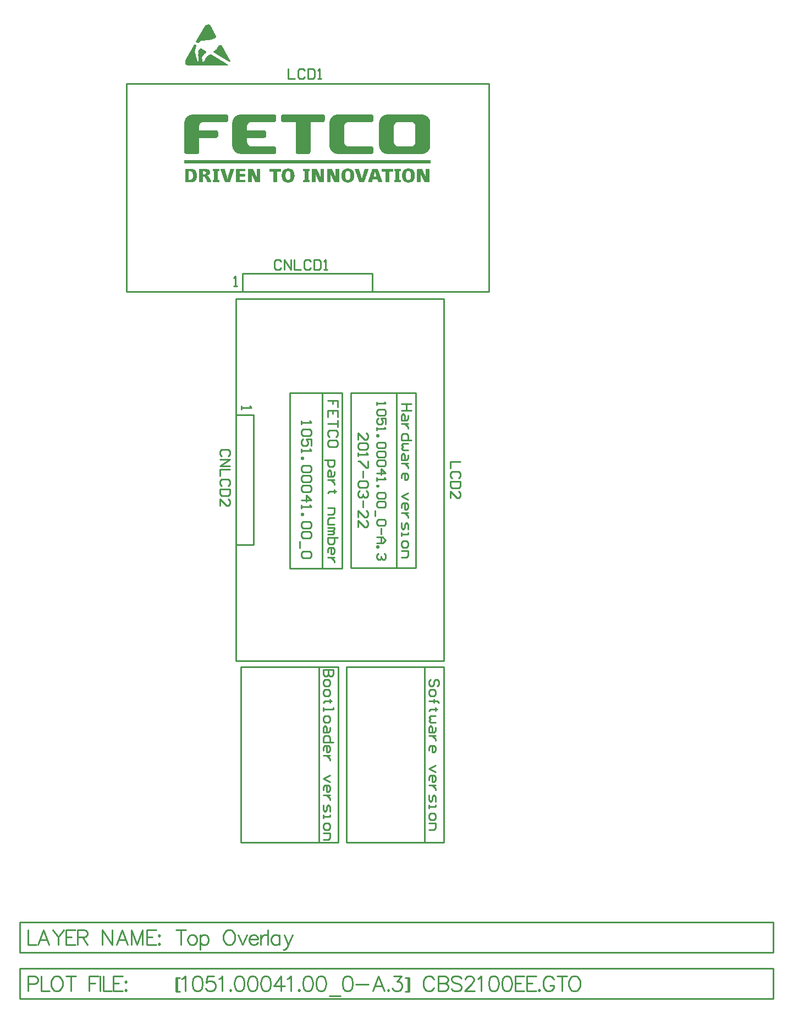
<source format=gto>
G04 Layer_Color=65535*
%FSLAX24Y24*%
%MOIN*%
G70*
G01*
G75*
%ADD10C,0.0100*%
%ADD52C,0.0010*%
D10*
X20739Y12152D02*
Y34092D01*
X8139Y12152D02*
X20739D01*
X8139D02*
Y34092D01*
X20739D01*
X8139Y27063D02*
X9230D01*
Y19213D02*
Y27063D01*
X8139Y19213D02*
X9230D01*
X1530Y47140D02*
X23470D01*
Y34540D02*
Y47140D01*
X1530Y34540D02*
X23470D01*
X1530D02*
Y47140D01*
X8558Y34540D02*
Y35631D01*
X16408D01*
Y34540D02*
Y35631D01*
X11430Y17780D02*
X14580D01*
Y28410D01*
X11430D02*
X14580D01*
X11430Y17780D02*
Y28410D01*
X13398Y17780D02*
Y28410D01*
X15120Y17786D02*
X19057D01*
Y28416D01*
X15120D02*
X19057D01*
X15120Y17786D02*
Y28416D01*
X17876Y17786D02*
Y28416D01*
X19574Y1170D02*
X20756D01*
X19574Y11800D02*
X20756D01*
Y1170D02*
Y11800D01*
X14850Y1170D02*
Y11800D01*
X19574D01*
Y1170D02*
Y11800D01*
X14850Y1170D02*
X19574D01*
X13174D02*
X14356D01*
X13174Y11800D02*
X14356D01*
Y1170D02*
Y11800D01*
X8450Y1170D02*
Y11800D01*
X13174D01*
Y1170D02*
Y11800D01*
X8450Y1170D02*
X13174D01*
X10900Y36380D02*
X10800Y36480D01*
X10600D01*
X10500Y36380D01*
Y35980D01*
X10600Y35880D01*
X10800D01*
X10900Y35980D01*
X11100Y35880D02*
Y36480D01*
X11500Y35880D01*
Y36480D01*
X11700D02*
Y35880D01*
X12099D01*
X12699Y36380D02*
X12599Y36480D01*
X12399D01*
X12299Y36380D01*
Y35980D01*
X12399Y35880D01*
X12599D01*
X12699Y35980D01*
X12899Y36480D02*
Y35880D01*
X13199D01*
X13299Y35980D01*
Y36380D01*
X13199Y36480D01*
X12899D01*
X13499Y35880D02*
X13699D01*
X13599D01*
Y36480D01*
X13499Y36380D01*
X7670Y24580D02*
X7770Y24680D01*
Y24880D01*
X7670Y24980D01*
X7270D01*
X7170Y24880D01*
Y24680D01*
X7270Y24580D01*
X7170Y24380D02*
X7770D01*
X7170Y23980D01*
X7770D01*
Y23780D02*
X7170D01*
Y23381D01*
X7670Y22781D02*
X7770Y22881D01*
Y23081D01*
X7670Y23181D01*
X7270D01*
X7170Y23081D01*
Y22881D01*
X7270Y22781D01*
X7770Y22581D02*
X7170D01*
Y22281D01*
X7270Y22181D01*
X7670D01*
X7770Y22281D01*
Y22581D01*
X7170Y21581D02*
Y21981D01*
X7570Y21581D01*
X7670D01*
X7770Y21681D01*
Y21881D01*
X7670Y21981D01*
X11310Y48020D02*
Y47420D01*
X11710D01*
X12310Y47920D02*
X12210Y48020D01*
X12010D01*
X11910Y47920D01*
Y47520D01*
X12010Y47420D01*
X12210D01*
X12310Y47520D01*
X12510Y48020D02*
Y47420D01*
X12810D01*
X12909Y47520D01*
Y47920D01*
X12810Y48020D01*
X12510D01*
X13109Y47420D02*
X13309D01*
X13209D01*
Y48020D01*
X13109Y47920D01*
X21740Y24240D02*
X21140D01*
Y23840D01*
X21640Y23240D02*
X21740Y23340D01*
Y23540D01*
X21640Y23640D01*
X21240D01*
X21140Y23540D01*
Y23340D01*
X21240Y23240D01*
X21740Y23040D02*
X21140D01*
Y22740D01*
X21240Y22641D01*
X21640D01*
X21740Y22740D01*
Y23040D01*
X21140Y22041D02*
Y22441D01*
X21540Y22041D01*
X21640D01*
X21740Y22141D01*
Y22341D01*
X21640Y22441D01*
X8480Y27613D02*
Y27414D01*
Y27513D01*
X9080D01*
X8980Y27613D01*
X8008Y34881D02*
X8208D01*
X8108D01*
Y35481D01*
X8008Y35381D01*
X14320Y27530D02*
Y27930D01*
X14020D01*
Y27730D01*
Y27930D01*
X13720D01*
X14320Y26930D02*
Y27330D01*
X13720D01*
Y26930D01*
X14020Y27330D02*
Y27130D01*
X14320Y26730D02*
Y26331D01*
Y26530D01*
X13720D01*
X14220Y25731D02*
X14320Y25831D01*
Y26031D01*
X14220Y26131D01*
X13820D01*
X13720Y26031D01*
Y25831D01*
X13820Y25731D01*
X14320Y25231D02*
Y25431D01*
X14220Y25531D01*
X13820D01*
X13720Y25431D01*
Y25231D01*
X13820Y25131D01*
X14220D01*
X14320Y25231D01*
X13520Y24331D02*
X14120D01*
Y24031D01*
X14020Y23931D01*
X13820D01*
X13720Y24031D01*
Y24331D01*
X14120Y23631D02*
Y23431D01*
X14020Y23331D01*
X13720D01*
Y23631D01*
X13820Y23731D01*
X13920Y23631D01*
Y23331D01*
X14120Y23132D02*
X13720D01*
X13920D01*
X14020Y23032D01*
X14120Y22932D01*
Y22832D01*
X14220Y22432D02*
X14120D01*
Y22532D01*
Y22332D01*
Y22432D01*
X13820D01*
X13720Y22332D01*
Y21432D02*
X14120D01*
Y21132D01*
X14020Y21032D01*
X13720D01*
X14120Y20832D02*
X13820D01*
X13720Y20732D01*
Y20432D01*
X14120D01*
X13720Y20232D02*
X14120D01*
Y20133D01*
X14020Y20033D01*
X13720D01*
X14020D01*
X14120Y19933D01*
X14020Y19833D01*
X13720D01*
X14320Y19633D02*
X13720D01*
Y19333D01*
X13820Y19233D01*
X13920D01*
X14020D01*
X14120Y19333D01*
Y19633D01*
X13720Y18733D02*
Y18933D01*
X13820Y19033D01*
X14020D01*
X14120Y18933D01*
Y18733D01*
X14020Y18633D01*
X13920D01*
Y19033D01*
X14120Y18433D02*
X13720D01*
X13920D01*
X14020Y18333D01*
X14120Y18233D01*
Y18133D01*
X12110Y26700D02*
Y26500D01*
Y26600D01*
X12710D01*
X12610Y26700D01*
Y26200D02*
X12710Y26100D01*
Y25900D01*
X12610Y25800D01*
X12210D01*
X12110Y25900D01*
Y26100D01*
X12210Y26200D01*
X12610D01*
X12710Y25200D02*
Y25600D01*
X12410D01*
X12510Y25400D01*
Y25300D01*
X12410Y25200D01*
X12210D01*
X12110Y25300D01*
Y25500D01*
X12210Y25600D01*
X12110Y25001D02*
Y24801D01*
Y24901D01*
X12710D01*
X12610Y25001D01*
X12110Y24501D02*
X12210D01*
Y24401D01*
X12110D01*
Y24501D01*
X12610Y24001D02*
X12710Y23901D01*
Y23701D01*
X12610Y23601D01*
X12210D01*
X12110Y23701D01*
Y23901D01*
X12210Y24001D01*
X12610D01*
Y23401D02*
X12710Y23301D01*
Y23101D01*
X12610Y23001D01*
X12210D01*
X12110Y23101D01*
Y23301D01*
X12210Y23401D01*
X12610D01*
Y22801D02*
X12710Y22701D01*
Y22501D01*
X12610Y22401D01*
X12210D01*
X12110Y22501D01*
Y22701D01*
X12210Y22801D01*
X12610D01*
X12110Y21902D02*
X12710D01*
X12410Y22201D01*
Y21802D01*
X12110Y21602D02*
Y21402D01*
Y21502D01*
X12710D01*
X12610Y21602D01*
X12110Y21102D02*
X12210D01*
Y21002D01*
X12110D01*
Y21102D01*
X12610Y20602D02*
X12710Y20502D01*
Y20302D01*
X12610Y20202D01*
X12210D01*
X12110Y20302D01*
Y20502D01*
X12210Y20602D01*
X12610D01*
Y20002D02*
X12710Y19902D01*
Y19702D01*
X12610Y19602D01*
X12210D01*
X12110Y19702D01*
Y19902D01*
X12210Y20002D01*
X12610D01*
X12010Y19402D02*
Y19002D01*
X12610Y18803D02*
X12710Y18703D01*
Y18503D01*
X12610Y18403D01*
X12210D01*
X12110Y18503D01*
Y18703D01*
X12210Y18803D01*
X12610D01*
X18780Y27726D02*
X18180D01*
X18480D01*
Y27326D01*
X18780D01*
X18180D01*
X18580Y27026D02*
Y26826D01*
X18480Y26726D01*
X18180D01*
Y27026D01*
X18280Y27126D01*
X18380Y27026D01*
Y26726D01*
X18580Y26526D02*
X18180D01*
X18380D01*
X18480Y26426D01*
X18580Y26326D01*
Y26226D01*
X18780Y25527D02*
X18180D01*
Y25827D01*
X18280Y25927D01*
X18480D01*
X18580Y25827D01*
Y25527D01*
Y25327D02*
X18280D01*
X18180Y25227D01*
X18280Y25127D01*
X18180Y25027D01*
X18280Y24927D01*
X18580D01*
Y24627D02*
Y24427D01*
X18480Y24327D01*
X18180D01*
Y24627D01*
X18280Y24727D01*
X18380Y24627D01*
Y24327D01*
X18580Y24127D02*
X18180D01*
X18380D01*
X18480Y24027D01*
X18580Y23927D01*
Y23827D01*
X18180Y23227D02*
Y23427D01*
X18280Y23527D01*
X18480D01*
X18580Y23427D01*
Y23227D01*
X18480Y23127D01*
X18380D01*
Y23527D01*
X18580Y22328D02*
X18180Y22128D01*
X18580Y21928D01*
X18180Y21428D02*
Y21628D01*
X18280Y21728D01*
X18480D01*
X18580Y21628D01*
Y21428D01*
X18480Y21328D01*
X18380D01*
Y21728D01*
X18580Y21128D02*
X18180D01*
X18380D01*
X18480Y21028D01*
X18580Y20928D01*
Y20828D01*
X18180Y20528D02*
Y20228D01*
X18280Y20128D01*
X18380Y20228D01*
Y20428D01*
X18480Y20528D01*
X18580Y20428D01*
Y20128D01*
X18180Y19929D02*
Y19729D01*
Y19829D01*
X18580D01*
Y19929D01*
X18180Y19329D02*
Y19129D01*
X18280Y19029D01*
X18480D01*
X18580Y19129D01*
Y19329D01*
X18480Y19429D01*
X18280D01*
X18180Y19329D01*
Y18829D02*
X18580D01*
Y18529D01*
X18480Y18429D01*
X18180D01*
X15550Y25566D02*
Y25966D01*
X15950Y25566D01*
X16050D01*
X16150Y25666D01*
Y25866D01*
X16050Y25966D01*
Y25366D02*
X16150Y25266D01*
Y25066D01*
X16050Y24966D01*
X15650D01*
X15550Y25066D01*
Y25266D01*
X15650Y25366D01*
X16050D01*
X15550Y24766D02*
Y24566D01*
Y24666D01*
X16150D01*
X16050Y24766D01*
X16150Y24267D02*
Y23867D01*
X16050D01*
X15650Y24267D01*
X15550D01*
X15850Y23667D02*
Y23267D01*
X16050Y23067D02*
X16150Y22967D01*
Y22767D01*
X16050Y22667D01*
X15650D01*
X15550Y22767D01*
Y22967D01*
X15650Y23067D01*
X16050D01*
Y22467D02*
X16150Y22367D01*
Y22167D01*
X16050Y22067D01*
X15950D01*
X15850Y22167D01*
Y22267D01*
Y22167D01*
X15750Y22067D01*
X15650D01*
X15550Y22167D01*
Y22367D01*
X15650Y22467D01*
X15850Y21867D02*
Y21467D01*
X15550Y20868D02*
Y21268D01*
X15950Y20868D01*
X16050D01*
X16150Y20968D01*
Y21168D01*
X16050Y21268D01*
X15550Y20268D02*
Y20668D01*
X15950Y20268D01*
X16050D01*
X16150Y20368D01*
Y20568D01*
X16050Y20668D01*
X16690Y27846D02*
Y27666D01*
Y27756D01*
X17230D01*
X17140Y27846D01*
Y27396D02*
X17230Y27306D01*
Y27126D01*
X17140Y27036D01*
X16780D01*
X16690Y27126D01*
Y27306D01*
X16780Y27396D01*
X17140D01*
X17230Y26496D02*
Y26856D01*
X16960D01*
X17050Y26676D01*
Y26586D01*
X16960Y26496D01*
X16780D01*
X16690Y26586D01*
Y26766D01*
X16780Y26856D01*
X16690Y26316D02*
Y26137D01*
Y26227D01*
X17230D01*
X17140Y26316D01*
X16690Y25867D02*
X16780D01*
Y25777D01*
X16690D01*
Y25867D01*
X17140Y25417D02*
X17230Y25327D01*
Y25147D01*
X17140Y25057D01*
X16780D01*
X16690Y25147D01*
Y25327D01*
X16780Y25417D01*
X17140D01*
Y24877D02*
X17230Y24787D01*
Y24607D01*
X17140Y24517D01*
X16780D01*
X16690Y24607D01*
Y24787D01*
X16780Y24877D01*
X17140D01*
Y24337D02*
X17230Y24247D01*
Y24067D01*
X17140Y23977D01*
X16780D01*
X16690Y24067D01*
Y24247D01*
X16780Y24337D01*
X17140D01*
X16690Y23527D02*
X17230D01*
X16960Y23797D01*
Y23437D01*
X16690Y23257D02*
Y23078D01*
Y23168D01*
X17230D01*
X17140Y23257D01*
X16690Y22808D02*
X16780D01*
Y22718D01*
X16690D01*
Y22808D01*
X17140Y22358D02*
X17230Y22268D01*
Y22088D01*
X17140Y21998D01*
X16780D01*
X16690Y22088D01*
Y22268D01*
X16780Y22358D01*
X17140D01*
Y21818D02*
X17230Y21728D01*
Y21548D01*
X17140Y21458D01*
X16780D01*
X16690Y21548D01*
Y21728D01*
X16780Y21818D01*
X17140D01*
X16600Y21278D02*
Y20918D01*
X17140Y20738D02*
X17230Y20648D01*
Y20468D01*
X17140Y20378D01*
X16780D01*
X16690Y20468D01*
Y20648D01*
X16780Y20738D01*
X17140D01*
X16960Y20198D02*
Y19839D01*
X16690Y19659D02*
X17050D01*
X17230Y19479D01*
X17050Y19299D01*
X16690D01*
X16960D01*
Y19659D01*
X16690Y19119D02*
X16780D01*
Y19029D01*
X16690D01*
Y19119D01*
X17140Y18669D02*
X17230Y18579D01*
Y18399D01*
X17140Y18309D01*
X17050D01*
X16960Y18399D01*
Y18489D01*
Y18399D01*
X16870Y18309D01*
X16780D01*
X16690Y18399D01*
Y18579D01*
X16780Y18669D01*
X20360Y10630D02*
X20460Y10730D01*
Y10930D01*
X20360Y11030D01*
X20260D01*
X20160Y10930D01*
Y10730D01*
X20060Y10630D01*
X19960D01*
X19860Y10730D01*
Y10930D01*
X19960Y11030D01*
X19860Y10330D02*
Y10130D01*
X19960Y10030D01*
X20160D01*
X20260Y10130D01*
Y10330D01*
X20160Y10430D01*
X19960D01*
X19860Y10330D01*
Y9730D02*
X20360D01*
X20160D01*
Y9830D01*
Y9630D01*
Y9730D01*
X20360D01*
X20460Y9630D01*
X20360Y9231D02*
X20260D01*
Y9331D01*
Y9131D01*
Y9231D01*
X19960D01*
X19860Y9131D01*
X20260Y8831D02*
X19960D01*
X19860Y8731D01*
X19960Y8631D01*
X19860Y8531D01*
X19960Y8431D01*
X20260D01*
Y8131D02*
Y7931D01*
X20160Y7831D01*
X19860D01*
Y8131D01*
X19960Y8231D01*
X20060Y8131D01*
Y7831D01*
X20260Y7631D02*
X19860D01*
X20060D01*
X20160Y7531D01*
X20260Y7431D01*
Y7331D01*
X19860Y6731D02*
Y6931D01*
X19960Y7031D01*
X20160D01*
X20260Y6931D01*
Y6731D01*
X20160Y6631D01*
X20060D01*
Y7031D01*
X20260Y5832D02*
X19860Y5632D01*
X20260Y5432D01*
X19860Y4932D02*
Y5132D01*
X19960Y5232D01*
X20160D01*
X20260Y5132D01*
Y4932D01*
X20160Y4832D01*
X20060D01*
Y5232D01*
X20260Y4632D02*
X19860D01*
X20060D01*
X20160Y4532D01*
X20260Y4432D01*
Y4332D01*
X19860Y4032D02*
Y3732D01*
X19960Y3632D01*
X20060Y3732D01*
Y3932D01*
X20160Y4032D01*
X20260Y3932D01*
Y3632D01*
X19860Y3432D02*
Y3233D01*
Y3332D01*
X20260D01*
Y3432D01*
X19860Y2833D02*
Y2633D01*
X19960Y2533D01*
X20160D01*
X20260Y2633D01*
Y2833D01*
X20160Y2933D01*
X19960D01*
X19860Y2833D01*
Y2333D02*
X20260D01*
Y2033D01*
X20160Y1933D01*
X19860D01*
X14060Y11640D02*
X13460D01*
Y11340D01*
X13560Y11240D01*
X13660D01*
X13760Y11340D01*
Y11640D01*
Y11340D01*
X13860Y11240D01*
X13960D01*
X14060Y11340D01*
Y11640D01*
X13460Y10940D02*
Y10740D01*
X13560Y10640D01*
X13760D01*
X13860Y10740D01*
Y10940D01*
X13760Y11040D01*
X13560D01*
X13460Y10940D01*
Y10340D02*
Y10140D01*
X13560Y10041D01*
X13760D01*
X13860Y10140D01*
Y10340D01*
X13760Y10440D01*
X13560D01*
X13460Y10340D01*
X13960Y9741D02*
X13860D01*
Y9841D01*
Y9641D01*
Y9741D01*
X13560D01*
X13460Y9641D01*
Y9341D02*
Y9141D01*
Y9241D01*
X14060D01*
Y9341D01*
X13460Y8741D02*
Y8541D01*
X13560Y8441D01*
X13760D01*
X13860Y8541D01*
Y8741D01*
X13760Y8841D01*
X13560D01*
X13460Y8741D01*
X13860Y8141D02*
Y7941D01*
X13760Y7841D01*
X13460D01*
Y8141D01*
X13560Y8241D01*
X13660Y8141D01*
Y7841D01*
X14060Y7241D02*
X13460D01*
Y7541D01*
X13560Y7641D01*
X13760D01*
X13860Y7541D01*
Y7241D01*
X13460Y6742D02*
Y6942D01*
X13560Y7041D01*
X13760D01*
X13860Y6942D01*
Y6742D01*
X13760Y6642D01*
X13660D01*
Y7041D01*
X13860Y6442D02*
X13460D01*
X13660D01*
X13760Y6342D01*
X13860Y6242D01*
Y6142D01*
Y5242D02*
X13460Y5042D01*
X13860Y4842D01*
X13460Y4342D02*
Y4542D01*
X13560Y4642D01*
X13760D01*
X13860Y4542D01*
Y4342D01*
X13760Y4242D01*
X13660D01*
Y4642D01*
X13860Y4042D02*
X13460D01*
X13660D01*
X13760Y3942D01*
X13860Y3843D01*
Y3743D01*
X13460Y3443D02*
Y3143D01*
X13560Y3043D01*
X13660Y3143D01*
Y3343D01*
X13760Y3443D01*
X13860Y3343D01*
Y3043D01*
X13460Y2843D02*
Y2643D01*
Y2743D01*
X13860D01*
Y2843D01*
X13460Y2243D02*
Y2043D01*
X13560Y1943D01*
X13760D01*
X13860Y2043D01*
Y2243D01*
X13760Y2343D01*
X13560D01*
X13460Y2243D01*
Y1743D02*
X13860D01*
Y1443D01*
X13760Y1343D01*
X13460D01*
X-4952Y-6455D02*
X40728D01*
X-4952Y-8305D02*
Y-6455D01*
Y-8305D02*
X40728D01*
Y-6455D01*
Y-5505D02*
Y-3655D01*
X-4952Y-5505D02*
X40728D01*
X-4952D02*
Y-3655D01*
X40728D01*
X4528Y-7021D02*
Y-7878D01*
X4570Y-7021D02*
Y-7878D01*
X4528Y-7021D02*
X4742D01*
X4528Y-7878D02*
X4742D01*
X4857Y-7107D02*
X4943Y-7064D01*
X5072Y-6935D01*
Y-7835D01*
X5774Y-6935D02*
X5646Y-6978D01*
X5560Y-7107D01*
X5517Y-7321D01*
Y-7449D01*
X5560Y-7664D01*
X5646Y-7792D01*
X5774Y-7835D01*
X5860D01*
X5989Y-7792D01*
X6074Y-7664D01*
X6117Y-7449D01*
Y-7321D01*
X6074Y-7107D01*
X5989Y-6978D01*
X5860Y-6935D01*
X5774D01*
X6833D02*
X6404D01*
X6361Y-7321D01*
X6404Y-7278D01*
X6533Y-7235D01*
X6661D01*
X6790Y-7278D01*
X6876Y-7364D01*
X6918Y-7492D01*
Y-7578D01*
X6876Y-7706D01*
X6790Y-7792D01*
X6661Y-7835D01*
X6533D01*
X6404Y-7792D01*
X6361Y-7749D01*
X6319Y-7664D01*
X7120Y-7107D02*
X7206Y-7064D01*
X7334Y-6935D01*
Y-7835D01*
X7823Y-7749D02*
X7780Y-7792D01*
X7823Y-7835D01*
X7865Y-7792D01*
X7823Y-7749D01*
X8320Y-6935D02*
X8191Y-6978D01*
X8105Y-7107D01*
X8063Y-7321D01*
Y-7449D01*
X8105Y-7664D01*
X8191Y-7792D01*
X8320Y-7835D01*
X8405D01*
X8534Y-7792D01*
X8620Y-7664D01*
X8662Y-7449D01*
Y-7321D01*
X8620Y-7107D01*
X8534Y-6978D01*
X8405Y-6935D01*
X8320D01*
X9121D02*
X8992Y-6978D01*
X8907Y-7107D01*
X8864Y-7321D01*
Y-7449D01*
X8907Y-7664D01*
X8992Y-7792D01*
X9121Y-7835D01*
X9207D01*
X9335Y-7792D01*
X9421Y-7664D01*
X9464Y-7449D01*
Y-7321D01*
X9421Y-7107D01*
X9335Y-6978D01*
X9207Y-6935D01*
X9121D01*
X9922D02*
X9794Y-6978D01*
X9708Y-7107D01*
X9665Y-7321D01*
Y-7449D01*
X9708Y-7664D01*
X9794Y-7792D01*
X9922Y-7835D01*
X10008D01*
X10136Y-7792D01*
X10222Y-7664D01*
X10265Y-7449D01*
Y-7321D01*
X10222Y-7107D01*
X10136Y-6978D01*
X10008Y-6935D01*
X9922D01*
X10895D02*
X10466Y-7535D01*
X11109D01*
X10895Y-6935D02*
Y-7835D01*
X11268Y-7107D02*
X11353Y-7064D01*
X11482Y-6935D01*
Y-7835D01*
X11970Y-7749D02*
X11927Y-7792D01*
X11970Y-7835D01*
X12013Y-7792D01*
X11970Y-7749D01*
X12467Y-6935D02*
X12339Y-6978D01*
X12253Y-7107D01*
X12210Y-7321D01*
Y-7449D01*
X12253Y-7664D01*
X12339Y-7792D01*
X12467Y-7835D01*
X12553D01*
X12682Y-7792D01*
X12767Y-7664D01*
X12810Y-7449D01*
Y-7321D01*
X12767Y-7107D01*
X12682Y-6978D01*
X12553Y-6935D01*
X12467D01*
X13269D02*
X13140Y-6978D01*
X13054Y-7107D01*
X13011Y-7321D01*
Y-7449D01*
X13054Y-7664D01*
X13140Y-7792D01*
X13269Y-7835D01*
X13354D01*
X13483Y-7792D01*
X13568Y-7664D01*
X13611Y-7449D01*
Y-7321D01*
X13568Y-7107D01*
X13483Y-6978D01*
X13354Y-6935D01*
X13269D01*
X13813Y-8135D02*
X14498D01*
X14871Y-6935D02*
X14743Y-6978D01*
X14657Y-7107D01*
X14614Y-7321D01*
Y-7449D01*
X14657Y-7664D01*
X14743Y-7792D01*
X14871Y-7835D01*
X14957D01*
X15085Y-7792D01*
X15171Y-7664D01*
X15214Y-7449D01*
Y-7321D01*
X15171Y-7107D01*
X15085Y-6978D01*
X14957Y-6935D01*
X14871D01*
X15415Y-7449D02*
X16186D01*
X17138Y-7835D02*
X16795Y-6935D01*
X16452Y-7835D01*
X16581Y-7535D02*
X17009D01*
X17391Y-7749D02*
X17348Y-7792D01*
X17391Y-7835D01*
X17433Y-7792D01*
X17391Y-7749D01*
X17716Y-6935D02*
X18187D01*
X17930Y-7278D01*
X18059D01*
X18145Y-7321D01*
X18187Y-7364D01*
X18230Y-7492D01*
Y-7578D01*
X18187Y-7706D01*
X18102Y-7792D01*
X17973Y-7835D01*
X17845D01*
X17716Y-7792D01*
X17673Y-7749D01*
X17630Y-7664D01*
X18603Y-7021D02*
Y-7878D01*
X18646Y-7021D02*
Y-7878D01*
X18432Y-7021D02*
X18646D01*
X18432Y-7878D02*
X18646D01*
X20159Y-7149D02*
X20116Y-7064D01*
X20030Y-6978D01*
X19944Y-6935D01*
X19773D01*
X19687Y-6978D01*
X19601Y-7064D01*
X19559Y-7149D01*
X19516Y-7278D01*
Y-7492D01*
X19559Y-7621D01*
X19601Y-7706D01*
X19687Y-7792D01*
X19773Y-7835D01*
X19944D01*
X20030Y-7792D01*
X20116Y-7706D01*
X20159Y-7621D01*
X20411Y-6935D02*
Y-7835D01*
Y-6935D02*
X20797D01*
X20925Y-6978D01*
X20968Y-7021D01*
X21011Y-7107D01*
Y-7192D01*
X20968Y-7278D01*
X20925Y-7321D01*
X20797Y-7364D01*
X20411D02*
X20797D01*
X20925Y-7407D01*
X20968Y-7449D01*
X21011Y-7535D01*
Y-7664D01*
X20968Y-7749D01*
X20925Y-7792D01*
X20797Y-7835D01*
X20411D01*
X21812Y-7064D02*
X21727Y-6978D01*
X21598Y-6935D01*
X21427D01*
X21298Y-6978D01*
X21213Y-7064D01*
Y-7149D01*
X21255Y-7235D01*
X21298Y-7278D01*
X21384Y-7321D01*
X21641Y-7407D01*
X21727Y-7449D01*
X21770Y-7492D01*
X21812Y-7578D01*
Y-7706D01*
X21727Y-7792D01*
X21598Y-7835D01*
X21427D01*
X21298Y-7792D01*
X21213Y-7706D01*
X22057Y-7149D02*
Y-7107D01*
X22100Y-7021D01*
X22142Y-6978D01*
X22228Y-6935D01*
X22399D01*
X22485Y-6978D01*
X22528Y-7021D01*
X22571Y-7107D01*
Y-7192D01*
X22528Y-7278D01*
X22442Y-7407D01*
X22014Y-7835D01*
X22614D01*
X22815Y-7107D02*
X22901Y-7064D01*
X23029Y-6935D01*
Y-7835D01*
X23732Y-6935D02*
X23603Y-6978D01*
X23518Y-7107D01*
X23475Y-7321D01*
Y-7449D01*
X23518Y-7664D01*
X23603Y-7792D01*
X23732Y-7835D01*
X23818D01*
X23946Y-7792D01*
X24032Y-7664D01*
X24075Y-7449D01*
Y-7321D01*
X24032Y-7107D01*
X23946Y-6978D01*
X23818Y-6935D01*
X23732D01*
X24533D02*
X24405Y-6978D01*
X24319Y-7107D01*
X24276Y-7321D01*
Y-7449D01*
X24319Y-7664D01*
X24405Y-7792D01*
X24533Y-7835D01*
X24619D01*
X24748Y-7792D01*
X24833Y-7664D01*
X24876Y-7449D01*
Y-7321D01*
X24833Y-7107D01*
X24748Y-6978D01*
X24619Y-6935D01*
X24533D01*
X25634D02*
X25077D01*
Y-7835D01*
X25634D01*
X25077Y-7364D02*
X25420D01*
X26341Y-6935D02*
X25784D01*
Y-7835D01*
X26341D01*
X25784Y-7364D02*
X26127D01*
X26534Y-7749D02*
X26491Y-7792D01*
X26534Y-7835D01*
X26577Y-7792D01*
X26534Y-7749D01*
X27417Y-7149D02*
X27374Y-7064D01*
X27288Y-6978D01*
X27203Y-6935D01*
X27031D01*
X26946Y-6978D01*
X26860Y-7064D01*
X26817Y-7149D01*
X26774Y-7278D01*
Y-7492D01*
X26817Y-7621D01*
X26860Y-7706D01*
X26946Y-7792D01*
X27031Y-7835D01*
X27203D01*
X27288Y-7792D01*
X27374Y-7706D01*
X27417Y-7621D01*
Y-7492D01*
X27203D02*
X27417D01*
X27923Y-6935D02*
Y-7835D01*
X27623Y-6935D02*
X28222D01*
X28587D02*
X28501Y-6978D01*
X28415Y-7064D01*
X28372Y-7149D01*
X28330Y-7278D01*
Y-7492D01*
X28372Y-7621D01*
X28415Y-7706D01*
X28501Y-7792D01*
X28587Y-7835D01*
X28758D01*
X28844Y-7792D01*
X28929Y-7706D01*
X28972Y-7621D01*
X29015Y-7492D01*
Y-7278D01*
X28972Y-7149D01*
X28929Y-7064D01*
X28844Y-6978D01*
X28758Y-6935D01*
X28587D01*
X-4462Y-7407D02*
X-4077D01*
X-3948Y-7364D01*
X-3905Y-7321D01*
X-3863Y-7235D01*
Y-7107D01*
X-3905Y-7021D01*
X-3948Y-6978D01*
X-4077Y-6935D01*
X-4462D01*
Y-7835D01*
X-3661Y-6935D02*
Y-7835D01*
X-3147D01*
X-2791Y-6935D02*
X-2877Y-6978D01*
X-2963Y-7064D01*
X-3006Y-7149D01*
X-3048Y-7278D01*
Y-7492D01*
X-3006Y-7621D01*
X-2963Y-7706D01*
X-2877Y-7792D01*
X-2791Y-7835D01*
X-2620D01*
X-2534Y-7792D01*
X-2449Y-7706D01*
X-2406Y-7621D01*
X-2363Y-7492D01*
Y-7278D01*
X-2406Y-7149D01*
X-2449Y-7064D01*
X-2534Y-6978D01*
X-2620Y-6935D01*
X-2791D01*
X-1853D02*
Y-7835D01*
X-2153Y-6935D02*
X-1553D01*
X-739D02*
Y-7835D01*
Y-6935D02*
X-182D01*
X-739Y-7364D02*
X-396D01*
X-79Y-6935D02*
Y-7835D01*
X109Y-6935D02*
Y-7835D01*
X624D01*
X1279Y-6935D02*
X722D01*
Y-7835D01*
X1279D01*
X722Y-7364D02*
X1065D01*
X1472Y-7235D02*
X1429Y-7278D01*
X1472Y-7321D01*
X1515Y-7278D01*
X1472Y-7235D01*
Y-7749D02*
X1429Y-7792D01*
X1472Y-7835D01*
X1515Y-7792D01*
X1472Y-7749D01*
X-4462Y-4135D02*
Y-5035D01*
X-3948D01*
X-3164D02*
X-3507Y-4135D01*
X-3850Y-5035D01*
X-3721Y-4735D02*
X-3293D01*
X-2954Y-4135D02*
X-2611Y-4564D01*
Y-5035D01*
X-2269Y-4135D02*
X-2611Y-4564D01*
X-1596Y-4135D02*
X-2153D01*
Y-5035D01*
X-1596D01*
X-2153Y-4564D02*
X-1810D01*
X-1446Y-4135D02*
Y-5035D01*
Y-4135D02*
X-1060D01*
X-932Y-4178D01*
X-889Y-4221D01*
X-846Y-4307D01*
Y-4392D01*
X-889Y-4478D01*
X-932Y-4521D01*
X-1060Y-4564D01*
X-1446D01*
X-1146D02*
X-846Y-5035D01*
X62Y-4135D02*
Y-5035D01*
Y-4135D02*
X662Y-5035D01*
Y-4135D02*
Y-5035D01*
X1596D02*
X1253Y-4135D01*
X911Y-5035D01*
X1039Y-4735D02*
X1468D01*
X1806Y-4135D02*
Y-5035D01*
Y-4135D02*
X2149Y-5035D01*
X2492Y-4135D02*
X2149Y-5035D01*
X2492Y-4135D02*
Y-5035D01*
X3306Y-4135D02*
X2749D01*
Y-5035D01*
X3306D01*
X2749Y-4564D02*
X3092D01*
X3499Y-4435D02*
X3456Y-4478D01*
X3499Y-4521D01*
X3542Y-4478D01*
X3499Y-4435D01*
Y-4949D02*
X3456Y-4992D01*
X3499Y-5035D01*
X3542Y-4992D01*
X3499Y-4949D01*
X4827Y-4135D02*
Y-5035D01*
X4528Y-4135D02*
X5127D01*
X5449Y-4435D02*
X5363Y-4478D01*
X5277Y-4564D01*
X5235Y-4692D01*
Y-4778D01*
X5277Y-4906D01*
X5363Y-4992D01*
X5449Y-5035D01*
X5577D01*
X5663Y-4992D01*
X5749Y-4906D01*
X5792Y-4778D01*
Y-4692D01*
X5749Y-4564D01*
X5663Y-4478D01*
X5577Y-4435D01*
X5449D01*
X5989D02*
Y-5335D01*
Y-4564D02*
X6074Y-4478D01*
X6160Y-4435D01*
X6289D01*
X6374Y-4478D01*
X6460Y-4564D01*
X6503Y-4692D01*
Y-4778D01*
X6460Y-4906D01*
X6374Y-4992D01*
X6289Y-5035D01*
X6160D01*
X6074Y-4992D01*
X5989Y-4906D01*
X7660Y-4135D02*
X7574Y-4178D01*
X7488Y-4264D01*
X7446Y-4349D01*
X7403Y-4478D01*
Y-4692D01*
X7446Y-4821D01*
X7488Y-4906D01*
X7574Y-4992D01*
X7660Y-5035D01*
X7831D01*
X7917Y-4992D01*
X8003Y-4906D01*
X8045Y-4821D01*
X8088Y-4692D01*
Y-4478D01*
X8045Y-4349D01*
X8003Y-4264D01*
X7917Y-4178D01*
X7831Y-4135D01*
X7660D01*
X8298Y-4435D02*
X8555Y-5035D01*
X8812Y-4435D02*
X8555Y-5035D01*
X8958Y-4692D02*
X9472D01*
Y-4607D01*
X9429Y-4521D01*
X9387Y-4478D01*
X9301Y-4435D01*
X9172D01*
X9087Y-4478D01*
X9001Y-4564D01*
X8958Y-4692D01*
Y-4778D01*
X9001Y-4906D01*
X9087Y-4992D01*
X9172Y-5035D01*
X9301D01*
X9387Y-4992D01*
X9472Y-4906D01*
X9665Y-4435D02*
Y-5035D01*
Y-4692D02*
X9708Y-4564D01*
X9794Y-4478D01*
X9879Y-4435D01*
X10008D01*
X10089Y-4135D02*
Y-5035D01*
X10792Y-4435D02*
Y-5035D01*
Y-4564D02*
X10706Y-4478D01*
X10621Y-4435D01*
X10492D01*
X10406Y-4478D01*
X10321Y-4564D01*
X10278Y-4692D01*
Y-4778D01*
X10321Y-4906D01*
X10406Y-4992D01*
X10492Y-5035D01*
X10621D01*
X10706Y-4992D01*
X10792Y-4906D01*
X11075Y-4435D02*
X11332Y-5035D01*
X11589Y-4435D02*
X11332Y-5035D01*
X11246Y-5206D01*
X11160Y-5292D01*
X11075Y-5335D01*
X11032D01*
D52*
X5983Y50136D02*
X6853D01*
X5253Y48257D02*
X7643D01*
X5233Y48267D02*
X7643D01*
X5203Y48277D02*
X7643D01*
X5173Y48286D02*
X7633D01*
X5153Y48296D02*
X7623D01*
X5143Y48306D02*
X7613D01*
X5113Y48316D02*
X7603D01*
X5103Y48327D02*
X7573D01*
X5093Y48337D02*
X7563D01*
X5093Y48347D02*
X7553D01*
X5083Y48356D02*
X7533D01*
X5083Y48366D02*
X7513D01*
X5073Y48376D02*
X7503D01*
X5073Y48387D02*
X7483D01*
X5073Y48397D02*
X7473D01*
X5073Y48407D02*
X7443D01*
X5073Y48417D02*
X7433D01*
X5073Y48426D02*
X7423D01*
X5073Y48436D02*
X7403D01*
X5073Y48446D02*
X7383D01*
X5073Y48457D02*
X6153D01*
X6193D02*
X7373D01*
X5073Y48467D02*
X6123D01*
X6203D02*
X7353D01*
X5073Y48477D02*
X5803D01*
X5863D02*
X6113D01*
X6213D02*
X7333D01*
X5073Y48486D02*
X5793D01*
X5863D02*
X6103D01*
X6223D02*
X7323D01*
X7753D02*
X7763D01*
X5073Y48496D02*
X5783D01*
X5873D02*
X6103D01*
X6223D02*
X7303D01*
X7723D02*
X7783D01*
X5073Y48506D02*
X5783D01*
X5873D02*
X6093D01*
X6233D02*
X7293D01*
X7713D02*
X7783D01*
X5083Y48517D02*
X5783D01*
X5873D02*
X6093D01*
X6233D02*
X7273D01*
X7703D02*
X7783D01*
X5083Y48527D02*
X5783D01*
X5873D02*
X6093D01*
X6243D02*
X7263D01*
X7683D02*
X7783D01*
X5093Y48537D02*
X5773D01*
X5883D02*
X6083D01*
X6253D02*
X7243D01*
X7663D02*
X7773D01*
X5093Y48547D02*
X5773D01*
X5883D02*
X6083D01*
X6253D02*
X7223D01*
X7653D02*
X7763D01*
X5093Y48556D02*
X5773D01*
X5883D02*
X6083D01*
X6263D02*
X7203D01*
X7633D02*
X7753D01*
X5103Y48566D02*
X5773D01*
X5883D02*
X6073D01*
X6263D02*
X7193D01*
X7613D02*
X7753D01*
X5113Y48576D02*
X5763D01*
X5883D02*
X6073D01*
X6273D02*
X7183D01*
X7603D02*
X7753D01*
X5113Y48587D02*
X5763D01*
X5883D02*
X6073D01*
X6273D02*
X7153D01*
X7583D02*
X7743D01*
X5123Y48597D02*
X5753D01*
X5883D02*
X6073D01*
X6273D02*
X7143D01*
X7563D02*
X7743D01*
X5123Y48607D02*
X5753D01*
X5883D02*
X6073D01*
X6283D02*
X7123D01*
X7543D02*
X7733D01*
X5133Y48616D02*
X5753D01*
X5883D02*
X6073D01*
X6283D02*
X7103D01*
X7533D02*
X7723D01*
X5133Y48626D02*
X5743D01*
X5883D02*
X6073D01*
X6293D02*
X7093D01*
X7513D02*
X7723D01*
X5143Y48636D02*
X5743D01*
X5883D02*
X6063D01*
X6293D02*
X7083D01*
X7503D02*
X7713D01*
X5153Y48646D02*
X5743D01*
X5893D02*
X6063D01*
X6303D02*
X7063D01*
X7483D02*
X7713D01*
X5153Y48657D02*
X5743D01*
X5893D02*
X6063D01*
X6303D02*
X7043D01*
X7473D02*
X7703D01*
X5163Y48667D02*
X5733D01*
X5893D02*
X6063D01*
X6313D02*
X7033D01*
X7443D02*
X7703D01*
X5163Y48677D02*
X5733D01*
X5893D02*
X6063D01*
X6323D02*
X7013D01*
X7433D02*
X7693D01*
X5163Y48686D02*
X5733D01*
X5893D02*
X6063D01*
X6323D02*
X6993D01*
X7413D02*
X7683D01*
X5173Y48696D02*
X5723D01*
X5893D02*
X6063D01*
X6333D02*
X6983D01*
X7403D02*
X7683D01*
X5183Y48706D02*
X5723D01*
X5893D02*
X6063D01*
X6333D02*
X6973D01*
X7383D02*
X7673D01*
X5193Y48717D02*
X5723D01*
X5883D02*
X6063D01*
X6343D02*
X6943D01*
X7363D02*
X7673D01*
X5193Y48727D02*
X5713D01*
X5883D02*
X6063D01*
X6343D02*
X6933D01*
X7353D02*
X7663D01*
X5203Y48737D02*
X5713D01*
X5883D02*
X6063D01*
X6353D02*
X6923D01*
X7333D02*
X7663D01*
X5203Y48747D02*
X5713D01*
X5883D02*
X6063D01*
X6363D02*
X6903D01*
X7313D02*
X7653D01*
X5203Y48756D02*
X5713D01*
X5883D02*
X6073D01*
X6373D02*
X6883D01*
X7303D02*
X7643D01*
X5213Y48766D02*
X5713D01*
X5873D02*
X6073D01*
X6383D02*
X6863D01*
X7283D02*
X7643D01*
X5223Y48776D02*
X5703D01*
X5873D02*
X6073D01*
X6393D02*
X6853D01*
X7263D02*
X7643D01*
X5223Y48787D02*
X5703D01*
X5873D02*
X6083D01*
X6403D02*
X6833D01*
X7253D02*
X7633D01*
X5233Y48797D02*
X5703D01*
X5873D02*
X6083D01*
X6413D02*
X6823D01*
X7243D02*
X7633D01*
X5233Y48807D02*
X5703D01*
X5873D02*
X6093D01*
X6423D02*
X6803D01*
X7223D02*
X7623D01*
X5243Y48816D02*
X5693D01*
X5873D02*
X6103D01*
X6433D02*
X6793D01*
X7193D02*
X7613D01*
X5243Y48826D02*
X5693D01*
X5873D02*
X6103D01*
X6443D02*
X6763D01*
X7183D02*
X7613D01*
X5253Y48836D02*
X5683D01*
X5873D02*
X6113D01*
X6463D02*
X6743D01*
X7163D02*
X7603D01*
X5263Y48847D02*
X5683D01*
X5863D02*
X6113D01*
X6473D02*
X6733D01*
X7153D02*
X7603D01*
X5263Y48857D02*
X5683D01*
X5863D02*
X6123D01*
X6483D02*
X6713D01*
X7133D02*
X7593D01*
X5273Y48867D02*
X5683D01*
X5863D02*
X6133D01*
X6513D02*
X6683D01*
X7123D02*
X7583D01*
X5273Y48877D02*
X5673D01*
X5863D02*
X6143D01*
X6523D02*
X6673D01*
X7103D02*
X7583D01*
X5283Y48886D02*
X5673D01*
X5863D02*
X6153D01*
X6543D02*
X6653D01*
X7083D02*
X7573D01*
X5283Y48896D02*
X5673D01*
X5863D02*
X6163D01*
X7063D02*
X7573D01*
X5293Y48906D02*
X5673D01*
X5863D02*
X6173D01*
X7053D02*
X7563D01*
X5303Y48917D02*
X5673D01*
X5863D02*
X6173D01*
X7033D02*
X7563D01*
X5303Y48927D02*
X5673D01*
X5863D02*
X6183D01*
X7013D02*
X7553D01*
X5303Y48937D02*
X5663D01*
X5863D02*
X6193D01*
X7003D02*
X7543D01*
X5313Y48946D02*
X5663D01*
X5863D02*
X6203D01*
X6983D02*
X7543D01*
X5313Y48956D02*
X5663D01*
X5873D02*
X6223D01*
X6963D02*
X7533D01*
X5323Y48966D02*
X5653D01*
X5873D02*
X6233D01*
X6943D02*
X7533D01*
X5333Y48976D02*
X5653D01*
X5873D02*
X6243D01*
X6933D02*
X7533D01*
X5333Y48987D02*
X5653D01*
X5873D02*
X6253D01*
X6913D02*
X7523D01*
X5343Y48997D02*
X5653D01*
X5873D02*
X6263D01*
X6903D02*
X7513D01*
X5343Y49007D02*
X5643D01*
X5873D02*
X6273D01*
X6893D02*
X7503D01*
X5353Y49016D02*
X5643D01*
X5873D02*
X6283D01*
X6873D02*
X7503D01*
X5353Y49026D02*
X5643D01*
X5873D02*
X6303D01*
X6853D02*
X7503D01*
X5363Y49036D02*
X5643D01*
X5873D02*
X6313D01*
X6833D02*
X7493D01*
X5373Y49047D02*
X5643D01*
X5873D02*
X6323D01*
X6823D02*
X7493D01*
X5373Y49057D02*
X5633D01*
X5863D02*
X6323D01*
X6813D02*
X7483D01*
X5383Y49067D02*
X5633D01*
X5863D02*
X6323D01*
X6803D02*
X7473D01*
X5383Y49076D02*
X5633D01*
X5853D02*
X6323D01*
X6793D02*
X7473D01*
X5383Y49086D02*
X5633D01*
X5853D02*
X6323D01*
X6793D02*
X7463D01*
X5393Y49096D02*
X5633D01*
X5863D02*
X6313D01*
X6803D02*
X7463D01*
X5403Y49106D02*
X5633D01*
X5863D02*
X6293D01*
X6813D02*
X7453D01*
X5413Y49117D02*
X5633D01*
X5863D02*
X6273D01*
X6833D02*
X7453D01*
X5413Y49127D02*
X5643D01*
X5873D02*
X6263D01*
X6843D02*
X7443D01*
X5413Y49137D02*
X5643D01*
X5873D02*
X6243D01*
X6853D02*
X7433D01*
X5423Y49146D02*
X5643D01*
X5883D02*
X6223D01*
X6873D02*
X7433D01*
X5423Y49156D02*
X5643D01*
X5893D02*
X6213D01*
X6893D02*
X7423D01*
X5433Y49166D02*
X5653D01*
X5903D02*
X6203D01*
X6903D02*
X7423D01*
X5443Y49177D02*
X5653D01*
X5913D02*
X6183D01*
X6913D02*
X7423D01*
X5443Y49187D02*
X5653D01*
X5923D02*
X6153D01*
X6933D02*
X7413D01*
X5453Y49197D02*
X5663D01*
X5933D02*
X6143D01*
X6943D02*
X7403D01*
X5453Y49207D02*
X5663D01*
X5943D02*
X6133D01*
X6953D02*
X7403D01*
X5463Y49216D02*
X5663D01*
X5943D02*
X6113D01*
X6953D02*
X7393D01*
X5473Y49226D02*
X5663D01*
X5953D02*
X6103D01*
X6973D02*
X7393D01*
X5473Y49236D02*
X5663D01*
X5963D02*
X6083D01*
X6973D02*
X7383D01*
X5483Y49247D02*
X5663D01*
X5973D02*
X6073D01*
X6983D02*
X7383D01*
X5483Y49257D02*
X5673D01*
X5983D02*
X6053D01*
X6993D02*
X7373D01*
X5493Y49267D02*
X5673D01*
X6993D02*
X7363D01*
X5493Y49276D02*
X5673D01*
X7003D02*
X7363D01*
X5503Y49286D02*
X5673D01*
X7013D02*
X7353D01*
X5513Y49296D02*
X5673D01*
X7013D02*
X7353D01*
X5513Y49307D02*
X5673D01*
X7023D02*
X7343D01*
X5513Y49317D02*
X5683D01*
X7023D02*
X7343D01*
X5523Y49327D02*
X5683D01*
X7033D02*
X7333D01*
X5523Y49337D02*
X5683D01*
X7043D02*
X7323D01*
X5533Y49346D02*
X5693D01*
X7043D02*
X7323D01*
X5543Y49356D02*
X5693D01*
X7053D02*
X7323D01*
X5543Y49366D02*
X5693D01*
X7053D02*
X7313D01*
X5553Y49377D02*
X5703D01*
X7063D02*
X7303D01*
X5553Y49387D02*
X5703D01*
X7073D02*
X7303D01*
X5563Y49397D02*
X5703D01*
X7083D02*
X7293D01*
X5563Y49406D02*
X5703D01*
X7093D02*
X7293D01*
X5573Y49416D02*
X5713D01*
X7093D02*
X7283D01*
X5583Y49426D02*
X5713D01*
X7103D02*
X7283D01*
X5583Y49436D02*
X5713D01*
X7113D02*
X7273D01*
X5593Y49447D02*
X5713D01*
X7123D02*
X7263D01*
X5593Y49457D02*
X5713D01*
X7153D02*
X7243D01*
X5593Y49467D02*
X5713D01*
X5603Y49476D02*
X5703D01*
X5613Y49486D02*
X5703D01*
X5623Y49496D02*
X5693D01*
X5633Y49507D02*
X5683D01*
X5833Y49637D02*
X5863D01*
X5803Y49647D02*
X5883D01*
X5783Y49657D02*
X5893D01*
X5753Y49667D02*
X5903D01*
X5733Y49676D02*
X5913D01*
X5733Y49686D02*
X5923D01*
X5733Y49696D02*
X5933D01*
X5733Y49707D02*
X5943D01*
X5733Y49717D02*
X5953D01*
X5743Y49727D02*
X5963D01*
X5753Y49736D02*
X5973D01*
X5753Y49746D02*
X5993D01*
X5763Y49756D02*
X6003D01*
X5763Y49767D02*
X6013D01*
X5773Y49777D02*
X6243D01*
X5783Y49787D02*
X6323D01*
X5783Y49797D02*
X6373D01*
X5793Y49806D02*
X6453D01*
X5793Y49816D02*
X6543D01*
X5803Y49826D02*
X6583D01*
X5803Y49837D02*
X6613D01*
X5813Y49847D02*
X6673D01*
X5823Y49857D02*
X6703D01*
X5833Y49866D02*
X6723D01*
X5833Y49876D02*
X6753D01*
X5833Y49886D02*
X6793D01*
X5843Y49896D02*
X6813D01*
X5853Y49907D02*
X6833D01*
X5853Y49917D02*
X6863D01*
X5863Y49927D02*
X6873D01*
X5863Y49936D02*
X6893D01*
X5873Y49946D02*
X6903D01*
X5873Y49956D02*
X6923D01*
X5883Y49967D02*
X6933D01*
X5893Y49977D02*
X6933D01*
X5893Y49987D02*
X6933D01*
X5903Y49997D02*
X6933D01*
X5903Y50006D02*
X6923D01*
X5913Y50016D02*
X6923D01*
X5923Y50026D02*
X6913D01*
X5923Y50037D02*
X6903D01*
X5933Y50047D02*
X6903D01*
X5933Y50057D02*
X6893D01*
X5943Y50066D02*
X6893D01*
X5943Y50076D02*
X6883D01*
X5953Y50086D02*
X6883D01*
X5963Y50097D02*
X6873D01*
X5963Y50107D02*
X6873D01*
X5973Y50117D02*
X6863D01*
X5983Y50127D02*
X6863D01*
X5983Y50146D02*
X6853D01*
X5993Y50156D02*
X6843D01*
X6003Y50167D02*
X6843D01*
X6003Y50177D02*
X6833D01*
X6013Y50187D02*
X6833D01*
X6013Y50196D02*
X6823D01*
X6023Y50206D02*
X6823D01*
X6033Y50216D02*
X6813D01*
X6033Y50226D02*
X6803D01*
X6043Y50237D02*
X6803D01*
X6043Y50247D02*
X6803D01*
X6053Y50257D02*
X6793D01*
X6053Y50266D02*
X6793D01*
X6063Y50276D02*
X6783D01*
X6073Y50286D02*
X6783D01*
X6073Y50297D02*
X6773D01*
X6083Y50307D02*
X6763D01*
X6083Y50317D02*
X6763D01*
X6093Y50326D02*
X6753D01*
X6103Y50336D02*
X6753D01*
X6103Y50346D02*
X6743D01*
X6113Y50356D02*
X6743D01*
X6113Y50367D02*
X6733D01*
X6123Y50377D02*
X6733D01*
X6123Y50387D02*
X6723D01*
X6133Y50396D02*
X6723D01*
X6143Y50406D02*
X6713D01*
X6143Y50416D02*
X6713D01*
X6153Y50427D02*
X6703D01*
X6153Y50437D02*
X6703D01*
X6163Y50447D02*
X6693D01*
X6163Y50457D02*
X6693D01*
X6173Y50466D02*
X6683D01*
X6183Y50476D02*
X6683D01*
X6183Y50486D02*
X6673D01*
X6193Y50497D02*
X6673D01*
X6193Y50507D02*
X6663D01*
X6203Y50517D02*
X6663D01*
X6213Y50526D02*
X6653D01*
X6213Y50536D02*
X6653D01*
X6223Y50546D02*
X6643D01*
X6223Y50557D02*
X6643D01*
X6233Y50567D02*
X6633D01*
X6233Y50577D02*
X6623D01*
X6243Y50587D02*
X6623D01*
X6253Y50596D02*
X6613D01*
X6253Y50606D02*
X6613D01*
X6263Y50616D02*
X6603D01*
X6273Y50627D02*
X6593D01*
X6273Y50637D02*
X6583D01*
X6293Y50647D02*
X6583D01*
X6303Y50656D02*
X6573D01*
X6313Y50666D02*
X6563D01*
X6333Y50676D02*
X6553D01*
X6353Y50686D02*
X6543D01*
X6373Y50697D02*
X6533D01*
X6393Y50707D02*
X6523D01*
X6413Y50717D02*
X6513D01*
X6443Y50726D02*
X6493D01*
X18520Y41180D02*
X18660D01*
X14850D02*
X14980D01*
X11230D02*
X11370D01*
X19590Y41190D02*
X19830D01*
X19150D02*
X19310D01*
X18470D02*
X18720D01*
X17750D02*
X18110D01*
X17230D02*
X17400D01*
X16790D02*
X16980D01*
X16170D02*
X16350D01*
X15650D02*
X15880D01*
X14790D02*
X15040D01*
X14130D02*
X14360D01*
X13680D02*
X13840D01*
X13210D02*
X13450D01*
X12770D02*
X12930D01*
X12240D02*
X12590D01*
X11170D02*
X11420D01*
X10440D02*
X10600D01*
X9340D02*
X9580D01*
X8900D02*
X9060D01*
X8160D02*
X8690D01*
X7510D02*
X7740D01*
X6750D02*
X7110D01*
X6430D02*
X6630D01*
X5930D02*
X6100D01*
X5080D02*
X5480D01*
X19580Y41200D02*
X19840D01*
X19140D02*
X19320D01*
X18440D02*
X18750D01*
X17740D02*
X18120D01*
X17220D02*
X17410D01*
X16780D02*
X16990D01*
X16160D02*
X16370D01*
X15630D02*
X15890D01*
X14760D02*
X15070D01*
X14110D02*
X14370D01*
X13670D02*
X13850D01*
X13200D02*
X13460D01*
X12760D02*
X12940D01*
X12230D02*
X12600D01*
X11140D02*
X11450D01*
X10420D02*
X10610D01*
X9330D02*
X9590D01*
X8890D02*
X9070D01*
X8150D02*
X8700D01*
X7490D02*
X7750D01*
X6740D02*
X7120D01*
X6410D02*
X6630D01*
X5920D02*
X6110D01*
X5070D02*
X5530D01*
X19580Y41210D02*
X19840D01*
X19130D02*
X19320D01*
X18410D02*
X18770D01*
X17740D02*
X18120D01*
X17220D02*
X17410D01*
X16770D02*
X16990D01*
X16160D02*
X16370D01*
X15620D02*
X15900D01*
X14740D02*
X15100D01*
X14110D02*
X14370D01*
X13670D02*
X13850D01*
X13200D02*
X13460D01*
X12760D02*
X12940D01*
X12230D02*
X12600D01*
X11120D02*
X11480D01*
X10420D02*
X10620D01*
X9330D02*
X9590D01*
X8880D02*
X9070D01*
X8140D02*
X8700D01*
X7480D02*
X7760D01*
X6740D02*
X7120D01*
X6410D02*
X6630D01*
X5920D02*
X6120D01*
X5070D02*
X5560D01*
X19570Y41220D02*
X19840D01*
X19130D02*
X19320D01*
X18390D02*
X18790D01*
X17740D02*
X18120D01*
X17220D02*
X17410D01*
X16770D02*
X16990D01*
X16170D02*
X16370D01*
X15620D02*
X15900D01*
X14710D02*
X15120D01*
X14100D02*
X14370D01*
X13670D02*
X13850D01*
X13190D02*
X13460D01*
X12760D02*
X12940D01*
X12230D02*
X12600D01*
X11090D02*
X11500D01*
X10420D02*
X10620D01*
X9320D02*
X9590D01*
X8880D02*
X9070D01*
X8140D02*
X8700D01*
X7480D02*
X7760D01*
X6740D02*
X7120D01*
X6400D02*
X6630D01*
X5920D02*
X6120D01*
X5070D02*
X5580D01*
X19560Y41230D02*
X19840D01*
X19130D02*
X19320D01*
X18370D02*
X18810D01*
X17740D02*
X18120D01*
X17220D02*
X17410D01*
X16770D02*
X16980D01*
X16170D02*
X16380D01*
X15620D02*
X15910D01*
X14700D02*
X15140D01*
X14100D02*
X14370D01*
X13670D02*
X13850D01*
X13190D02*
X13460D01*
X12760D02*
X12940D01*
X12230D02*
X12600D01*
X11080D02*
X11520D01*
X10420D02*
X10620D01*
X9310D02*
X9590D01*
X8880D02*
X9070D01*
X8140D02*
X8700D01*
X7480D02*
X7770D01*
X6740D02*
X7120D01*
X6400D02*
X6620D01*
X5920D02*
X6120D01*
X5070D02*
X5600D01*
X19560Y41240D02*
X19840D01*
X19130D02*
X19320D01*
X18360D02*
X18830D01*
X17740D02*
X18120D01*
X17220D02*
X17410D01*
X16760D02*
X16980D01*
X16170D02*
X16380D01*
X15610D02*
X15910D01*
X14680D02*
X15150D01*
X14090D02*
X14370D01*
X13670D02*
X13850D01*
X13180D02*
X13460D01*
X12760D02*
X12940D01*
X12230D02*
X12600D01*
X11060D02*
X11530D01*
X10420D02*
X10620D01*
X9310D02*
X9590D01*
X8880D02*
X9070D01*
X8140D02*
X8700D01*
X7470D02*
X7770D01*
X6740D02*
X7120D01*
X6390D02*
X6620D01*
X5920D02*
X6120D01*
X5070D02*
X5620D01*
X19550Y41250D02*
X19840D01*
X19130D02*
X19320D01*
X18340D02*
X18840D01*
X17740D02*
X18120D01*
X17220D02*
X17410D01*
X16760D02*
X16980D01*
X16180D02*
X16380D01*
X15610D02*
X15910D01*
X14670D02*
X15160D01*
X14090D02*
X14370D01*
X13670D02*
X13850D01*
X13180D02*
X13460D01*
X12760D02*
X12940D01*
X12230D02*
X12600D01*
X11050D02*
X11540D01*
X10420D02*
X10620D01*
X9300D02*
X9590D01*
X8880D02*
X9070D01*
X8140D02*
X8700D01*
X7470D02*
X7770D01*
X6740D02*
X7120D01*
X6390D02*
X6610D01*
X5920D02*
X6120D01*
X5070D02*
X5630D01*
X19550Y41260D02*
X19840D01*
X19130D02*
X19320D01*
X18330D02*
X18850D01*
X17740D02*
X18120D01*
X17220D02*
X17410D01*
X16760D02*
X16970D01*
X16180D02*
X16390D01*
X15610D02*
X15920D01*
X14660D02*
X15180D01*
X14080D02*
X14370D01*
X13670D02*
X13850D01*
X13170D02*
X13460D01*
X12760D02*
X12940D01*
X12230D02*
X12600D01*
X11040D02*
X11560D01*
X10420D02*
X10620D01*
X9300D02*
X9590D01*
X8880D02*
X9070D01*
X8140D02*
X8700D01*
X7460D02*
X7780D01*
X6740D02*
X7120D01*
X6390D02*
X6610D01*
X5920D02*
X6120D01*
X5070D02*
X5640D01*
X19550Y41270D02*
X19840D01*
X19130D02*
X19320D01*
X18320D02*
X18860D01*
X17740D02*
X18120D01*
X17220D02*
X17410D01*
X16750D02*
X16970D01*
X16180D02*
X16390D01*
X15770D02*
X15920D01*
X15600D02*
X15760D01*
X14650D02*
X15190D01*
X14080D02*
X14370D01*
X13670D02*
X13850D01*
X13170D02*
X13460D01*
X12760D02*
X12940D01*
X12230D02*
X12600D01*
X11030D02*
X11570D01*
X10420D02*
X10620D01*
X9300D02*
X9590D01*
X8880D02*
X9070D01*
X8140D02*
X8700D01*
X7630D02*
X7780D01*
X7460D02*
X7620D01*
X6740D02*
X7120D01*
X6380D02*
X6600D01*
X5920D02*
X6120D01*
X5070D02*
X5650D01*
X19540Y41280D02*
X19840D01*
X19130D02*
X19320D01*
X18320D02*
X18870D01*
X17740D02*
X18120D01*
X17220D02*
X17410D01*
X16750D02*
X16970D01*
X16190D02*
X16390D01*
X15770D02*
X15920D01*
X15600D02*
X15760D01*
X14640D02*
X15190D01*
X14070D02*
X14370D01*
X13670D02*
X13850D01*
X13160D02*
X13460D01*
X12760D02*
X12940D01*
X12230D02*
X12600D01*
X11020D02*
X11570D01*
X10420D02*
X10620D01*
X9290D02*
X9590D01*
X8880D02*
X9070D01*
X8140D02*
X8700D01*
X7630D02*
X7780D01*
X7460D02*
X7620D01*
X6740D02*
X7120D01*
X6380D02*
X6600D01*
X5920D02*
X6120D01*
X5070D02*
X5660D01*
X19540Y41290D02*
X19840D01*
X19130D02*
X19320D01*
X18310D02*
X18880D01*
X17750D02*
X18110D01*
X17220D02*
X17410D01*
X16750D02*
X16960D01*
X16190D02*
X16390D01*
X15770D02*
X15930D01*
X15600D02*
X15760D01*
X14630D02*
X15200D01*
X14070D02*
X14370D01*
X13670D02*
X13850D01*
X13160D02*
X13460D01*
X12760D02*
X12940D01*
X12240D02*
X12590D01*
X11010D02*
X11580D01*
X10420D02*
X10620D01*
X9290D02*
X9590D01*
X8880D02*
X9070D01*
X8140D02*
X8700D01*
X7630D02*
X7790D01*
X7450D02*
X7620D01*
X6750D02*
X7110D01*
X6380D02*
X6590D01*
X5920D02*
X6120D01*
X5070D02*
X5670D01*
X19530Y41300D02*
X19840D01*
X19130D02*
X19320D01*
X18630D02*
X18890D01*
X18300D02*
X18550D01*
X17830D02*
X18030D01*
X17220D02*
X17410D01*
X16740D02*
X16960D01*
X16190D02*
X16400D01*
X15770D02*
X15930D01*
X15590D02*
X15760D01*
X14960D02*
X15210D01*
X14620D02*
X14870D01*
X14070D02*
X14370D01*
X13670D02*
X13850D01*
X13150D02*
X13460D01*
X12760D02*
X12940D01*
X12320D02*
X12510D01*
X11340D02*
X11590D01*
X11000D02*
X11250D01*
X10420D02*
X10620D01*
X9280D02*
X9590D01*
X8880D02*
X9070D01*
X8140D02*
X8700D01*
X7630D02*
X7790D01*
X7450D02*
X7620D01*
X6830D02*
X7030D01*
X6370D02*
X6590D01*
X5920D02*
X6120D01*
X5070D02*
X5680D01*
X19530Y41310D02*
X19840D01*
X19130D02*
X19320D01*
X18670D02*
X18890D01*
X18290D02*
X18520D01*
X17830D02*
X18030D01*
X17220D02*
X17410D01*
X16740D02*
X16960D01*
X16200D02*
X16400D01*
X15780D02*
X15930D01*
X15590D02*
X15760D01*
X14990D02*
X15220D01*
X14620D02*
X14840D01*
X14060D02*
X14370D01*
X13670D02*
X13850D01*
X13150D02*
X13460D01*
X12760D02*
X12940D01*
X12320D02*
X12510D01*
X11370D02*
X11600D01*
X11000D02*
X11220D01*
X10420D02*
X10620D01*
X9280D02*
X9590D01*
X8880D02*
X9070D01*
X8140D02*
X8690D01*
X7630D02*
X7790D01*
X7450D02*
X7620D01*
X6830D02*
X7030D01*
X6370D02*
X6580D01*
X5920D02*
X6120D01*
X5070D02*
X5690D01*
X19520Y41320D02*
X19840D01*
X19130D02*
X19320D01*
X18680D02*
X18900D01*
X18290D02*
X18500D01*
X17830D02*
X18030D01*
X17220D02*
X17410D01*
X16740D02*
X16950D01*
X16200D02*
X16400D01*
X15780D02*
X15940D01*
X15580D02*
X15760D01*
X15010D02*
X15220D01*
X14610D02*
X14830D01*
X14060D02*
X14370D01*
X13670D02*
X13850D01*
X13140D02*
X13460D01*
X12760D02*
X12940D01*
X12320D02*
X12510D01*
X11390D02*
X11600D01*
X10990D02*
X11210D01*
X10420D02*
X10620D01*
X9270D02*
X9590D01*
X8880D02*
X9070D01*
X8140D02*
X8340D01*
X7640D02*
X7800D01*
X7440D02*
X7610D01*
X6830D02*
X7030D01*
X6360D02*
X6580D01*
X5920D02*
X6120D01*
X5420D02*
X5690D01*
X5070D02*
X5260D01*
X19520Y41330D02*
X19840D01*
X19130D02*
X19320D01*
X18700D02*
X18910D01*
X18280D02*
X18490D01*
X17830D02*
X18030D01*
X17220D02*
X17410D01*
X16730D02*
X16950D01*
X16200D02*
X16410D01*
X15780D02*
X15940D01*
X15580D02*
X15750D01*
X15020D02*
X15230D01*
X14600D02*
X14810D01*
X14050D02*
X14370D01*
X13670D02*
X13850D01*
X13140D02*
X13460D01*
X12760D02*
X12940D01*
X12320D02*
X12510D01*
X11400D02*
X11610D01*
X10980D02*
X11190D01*
X10420D02*
X10620D01*
X9270D02*
X9590D01*
X8880D02*
X9070D01*
X8140D02*
X8340D01*
X7640D02*
X7800D01*
X7440D02*
X7610D01*
X6830D02*
X7030D01*
X6360D02*
X6570D01*
X5920D02*
X6120D01*
X5450D02*
X5700D01*
X5070D02*
X5260D01*
X19510Y41340D02*
X19840D01*
X19130D02*
X19320D01*
X18710D02*
X18910D01*
X18270D02*
X18480D01*
X17830D02*
X18030D01*
X17220D02*
X17410D01*
X16730D02*
X16940D01*
X16210D02*
X16410D01*
X15780D02*
X15940D01*
X15580D02*
X15750D01*
X15030D02*
X15240D01*
X14600D02*
X14800D01*
X14050D02*
X14370D01*
X13670D02*
X13850D01*
X13130D02*
X13460D01*
X12760D02*
X12940D01*
X12320D02*
X12510D01*
X11410D02*
X11620D01*
X10980D02*
X11180D01*
X10420D02*
X10620D01*
X9260D02*
X9590D01*
X8880D02*
X9070D01*
X8140D02*
X8340D01*
X7640D02*
X7800D01*
X7440D02*
X7610D01*
X6830D02*
X7030D01*
X6360D02*
X6570D01*
X5920D02*
X6120D01*
X5460D02*
X5700D01*
X5070D02*
X5260D01*
X19510Y41350D02*
X19840D01*
X19130D02*
X19320D01*
X18710D02*
X18920D01*
X18270D02*
X18470D01*
X17830D02*
X18030D01*
X17220D02*
X17410D01*
X16730D02*
X16940D01*
X16210D02*
X16410D01*
X15780D02*
X15950D01*
X15570D02*
X15750D01*
X15040D02*
X15240D01*
X14590D02*
X14800D01*
X14040D02*
X14370D01*
X13670D02*
X13850D01*
X13130D02*
X13460D01*
X12760D02*
X12940D01*
X12320D02*
X12510D01*
X11420D02*
X11620D01*
X10970D02*
X11180D01*
X10420D02*
X10620D01*
X9260D02*
X9590D01*
X8880D02*
X9070D01*
X8140D02*
X8340D01*
X7640D02*
X7810D01*
X7430D02*
X7610D01*
X6830D02*
X7030D01*
X6350D02*
X6560D01*
X5920D02*
X6120D01*
X5480D02*
X5710D01*
X5070D02*
X5260D01*
X19670Y41360D02*
X19840D01*
X19500D02*
X19660D01*
X19130D02*
X19320D01*
X18720D02*
X18920D01*
X18260D02*
X18460D01*
X17830D02*
X18030D01*
X17220D02*
X17410D01*
X16720D02*
X16940D01*
X16210D02*
X16420D01*
X15780D02*
X15950D01*
X15570D02*
X15750D01*
X15050D02*
X15240D01*
X14590D02*
X14790D01*
X14210D02*
X14370D01*
X14040D02*
X14200D01*
X13670D02*
X13850D01*
X13300D02*
X13460D01*
X13130D02*
X13290D01*
X12760D02*
X12940D01*
X12320D02*
X12510D01*
X11430D02*
X11630D01*
X10970D02*
X11170D01*
X10420D02*
X10620D01*
X9420D02*
X9590D01*
X9250D02*
X9410D01*
X8880D02*
X9070D01*
X8140D02*
X8340D01*
X7640D02*
X7810D01*
X7430D02*
X7610D01*
X6830D02*
X7030D01*
X6350D02*
X6560D01*
X5920D02*
X6120D01*
X5490D02*
X5710D01*
X5070D02*
X5260D01*
X19670Y41370D02*
X19840D01*
X19500D02*
X19660D01*
X19130D02*
X19320D01*
X18730D02*
X18920D01*
X18260D02*
X18460D01*
X17830D02*
X18030D01*
X17220D02*
X17410D01*
X16220D02*
X16930D01*
X15790D02*
X15950D01*
X15570D02*
X15750D01*
X15050D02*
X15250D01*
X14580D02*
X14780D01*
X14210D02*
X14370D01*
X14030D02*
X14190D01*
X13670D02*
X13850D01*
X13300D02*
X13460D01*
X13120D02*
X13280D01*
X12760D02*
X12940D01*
X12320D02*
X12510D01*
X11430D02*
X11630D01*
X10960D02*
X11160D01*
X10420D02*
X10620D01*
X9420D02*
X9590D01*
X9250D02*
X9410D01*
X8880D02*
X9070D01*
X8140D02*
X8340D01*
X7640D02*
X7810D01*
X7430D02*
X7610D01*
X6830D02*
X7030D01*
X6340D02*
X6550D01*
X5920D02*
X6120D01*
X5500D02*
X5720D01*
X5070D02*
X5260D01*
X19670Y41380D02*
X19840D01*
X19490D02*
X19660D01*
X19130D02*
X19320D01*
X18730D02*
X18930D01*
X18260D02*
X18450D01*
X17830D02*
X18030D01*
X17220D02*
X17410D01*
X16220D02*
X16930D01*
X15790D02*
X15960D01*
X15560D02*
X15750D01*
X15060D02*
X15250D01*
X14580D02*
X14780D01*
X14210D02*
X14370D01*
X14030D02*
X14190D01*
X13670D02*
X13850D01*
X13290D02*
X13460D01*
X13120D02*
X13280D01*
X12760D02*
X12940D01*
X12320D02*
X12510D01*
X11440D02*
X11630D01*
X10960D02*
X11160D01*
X10420D02*
X10620D01*
X9420D02*
X9590D01*
X9240D02*
X9410D01*
X8880D02*
X9070D01*
X8140D02*
X8340D01*
X7650D02*
X7820D01*
X7420D02*
X7600D01*
X6830D02*
X7030D01*
X6340D02*
X6550D01*
X5920D02*
X6120D01*
X5500D02*
X5720D01*
X5070D02*
X5260D01*
X19670Y41390D02*
X19840D01*
X19490D02*
X19650D01*
X19130D02*
X19320D01*
X18740D02*
X18930D01*
X18250D02*
X18450D01*
X17830D02*
X18030D01*
X17220D02*
X17410D01*
X16220D02*
X16930D01*
X15790D02*
X15960D01*
X15560D02*
X15740D01*
X15060D02*
X15260D01*
X14580D02*
X14770D01*
X14210D02*
X14370D01*
X14020D02*
X14190D01*
X13670D02*
X13850D01*
X13290D02*
X13460D01*
X13110D02*
X13280D01*
X12760D02*
X12940D01*
X12320D02*
X12510D01*
X11440D02*
X11640D01*
X10960D02*
X11150D01*
X10420D02*
X10620D01*
X9420D02*
X9590D01*
X9240D02*
X9400D01*
X8880D02*
X9070D01*
X8140D02*
X8340D01*
X7650D02*
X7820D01*
X7420D02*
X7600D01*
X6830D02*
X7030D01*
X6330D02*
X6540D01*
X5920D02*
X6120D01*
X5510D02*
X5720D01*
X5070D02*
X5260D01*
X19670Y41400D02*
X19840D01*
X19480D02*
X19650D01*
X19130D02*
X19320D01*
X18740D02*
X18940D01*
X18250D02*
X18450D01*
X17830D02*
X18030D01*
X17220D02*
X17410D01*
X16230D02*
X16920D01*
X15790D02*
X15960D01*
X15560D02*
X15740D01*
X15060D02*
X15260D01*
X14570D02*
X14770D01*
X14200D02*
X14370D01*
X14020D02*
X14180D01*
X13670D02*
X13850D01*
X13290D02*
X13460D01*
X13110D02*
X13270D01*
X12760D02*
X12940D01*
X12320D02*
X12510D01*
X11440D02*
X11640D01*
X10950D02*
X11150D01*
X10420D02*
X10620D01*
X9420D02*
X9590D01*
X9230D02*
X9400D01*
X8880D02*
X9070D01*
X8140D02*
X8340D01*
X7650D02*
X7820D01*
X7420D02*
X7600D01*
X6830D02*
X7030D01*
X6330D02*
X6540D01*
X5920D02*
X6120D01*
X5520D02*
X5730D01*
X5070D02*
X5260D01*
X19670Y41410D02*
X19840D01*
X19480D02*
X19650D01*
X19130D02*
X19320D01*
X18740D02*
X18940D01*
X18250D02*
X18440D01*
X17830D02*
X18030D01*
X17220D02*
X17410D01*
X16230D02*
X16920D01*
X15790D02*
X15970D01*
X15550D02*
X15740D01*
X15070D02*
X15260D01*
X14570D02*
X14770D01*
X14200D02*
X14370D01*
X14010D02*
X14180D01*
X13670D02*
X13850D01*
X13290D02*
X13460D01*
X13100D02*
X13270D01*
X12760D02*
X12940D01*
X12320D02*
X12510D01*
X11450D02*
X11640D01*
X10950D02*
X11150D01*
X10420D02*
X10620D01*
X9420D02*
X9590D01*
X9230D02*
X9400D01*
X8880D02*
X9070D01*
X8140D02*
X8340D01*
X7650D02*
X7830D01*
X7410D02*
X7600D01*
X6830D02*
X7030D01*
X6320D02*
X6530D01*
X5920D02*
X6120D01*
X5520D02*
X5730D01*
X5070D02*
X5260D01*
X19670Y41420D02*
X19840D01*
X19470D02*
X19640D01*
X19130D02*
X19320D01*
X18740D02*
X18940D01*
X18240D02*
X18440D01*
X17830D02*
X18030D01*
X17220D02*
X17410D01*
X16230D02*
X16920D01*
X15800D02*
X15970D01*
X15550D02*
X15740D01*
X15070D02*
X15270D01*
X14570D02*
X14760D01*
X14200D02*
X14370D01*
X14010D02*
X14180D01*
X13670D02*
X13850D01*
X13290D02*
X13460D01*
X13100D02*
X13270D01*
X12760D02*
X12940D01*
X12320D02*
X12510D01*
X11450D02*
X11650D01*
X10950D02*
X11140D01*
X10420D02*
X10620D01*
X9420D02*
X9590D01*
X9220D02*
X9390D01*
X8880D02*
X9070D01*
X8140D02*
X8340D01*
X7650D02*
X7830D01*
X7410D02*
X7600D01*
X6830D02*
X7030D01*
X6320D02*
X6530D01*
X5920D02*
X6120D01*
X5520D02*
X5730D01*
X5070D02*
X5260D01*
X19670Y41430D02*
X19840D01*
X19470D02*
X19640D01*
X19130D02*
X19320D01*
X18750D02*
X18940D01*
X18240D02*
X18440D01*
X17830D02*
X18030D01*
X17220D02*
X17410D01*
X16240D02*
X16910D01*
X15800D02*
X15980D01*
X15550D02*
X15740D01*
X15070D02*
X15270D01*
X14570D02*
X14760D01*
X14200D02*
X14370D01*
X14000D02*
X14170D01*
X13670D02*
X13850D01*
X13290D02*
X13460D01*
X13090D02*
X13260D01*
X12760D02*
X12940D01*
X12320D02*
X12510D01*
X11450D02*
X11650D01*
X10950D02*
X11140D01*
X10420D02*
X10620D01*
X9420D02*
X9590D01*
X9220D02*
X9390D01*
X8880D02*
X9070D01*
X8140D02*
X8340D01*
X7660D02*
X7830D01*
X7400D02*
X7590D01*
X6830D02*
X7030D01*
X6310D02*
X6520D01*
X5920D02*
X6120D01*
X5530D02*
X5730D01*
X5070D02*
X5260D01*
X19670Y41440D02*
X19840D01*
X19460D02*
X19640D01*
X19130D02*
X19320D01*
X18750D02*
X18950D01*
X18240D02*
X18440D01*
X17830D02*
X18030D01*
X17220D02*
X17410D01*
X16240D02*
X16910D01*
X15800D02*
X15980D01*
X15540D02*
X15730D01*
X15070D02*
X15270D01*
X14560D02*
X14760D01*
X14200D02*
X14370D01*
X14000D02*
X14170D01*
X13670D02*
X13850D01*
X13290D02*
X13460D01*
X13090D02*
X13260D01*
X12760D02*
X12940D01*
X12320D02*
X12510D01*
X11450D02*
X11650D01*
X10940D02*
X11140D01*
X10420D02*
X10620D01*
X9420D02*
X9590D01*
X9210D02*
X9390D01*
X8880D02*
X9070D01*
X8140D02*
X8340D01*
X7660D02*
X7840D01*
X7400D02*
X7590D01*
X6830D02*
X7030D01*
X6310D02*
X6510D01*
X5920D02*
X6120D01*
X5530D02*
X5730D01*
X5070D02*
X5260D01*
X19660Y41450D02*
X19840D01*
X19460D02*
X19630D01*
X19130D02*
X19320D01*
X18750D02*
X18950D01*
X18240D02*
X18430D01*
X17830D02*
X18030D01*
X17220D02*
X17410D01*
X16240D02*
X16900D01*
X15800D02*
X15980D01*
X15540D02*
X15730D01*
X15080D02*
X15270D01*
X14560D02*
X14760D01*
X14200D02*
X14370D01*
X13990D02*
X14170D01*
X13670D02*
X13850D01*
X13290D02*
X13460D01*
X13080D02*
X13260D01*
X12760D02*
X12940D01*
X12320D02*
X12510D01*
X11460D02*
X11650D01*
X10940D02*
X11140D01*
X10420D02*
X10620D01*
X9410D02*
X9590D01*
X9210D02*
X9380D01*
X8880D02*
X9070D01*
X8140D02*
X8340D01*
X7660D02*
X7840D01*
X7400D02*
X7590D01*
X6830D02*
X7030D01*
X6300D02*
X6510D01*
X5920D02*
X6120D01*
X5530D02*
X5740D01*
X5070D02*
X5260D01*
X19660Y41460D02*
X19840D01*
X19450D02*
X19630D01*
X19130D02*
X19320D01*
X18750D02*
X18950D01*
X18230D02*
X18430D01*
X17830D02*
X18030D01*
X17220D02*
X17410D01*
X16250D02*
X16900D01*
X15810D02*
X15990D01*
X15540D02*
X15730D01*
X15080D02*
X15270D01*
X14560D02*
X14760D01*
X14200D02*
X14370D01*
X13990D02*
X14160D01*
X13670D02*
X13850D01*
X13290D02*
X13460D01*
X13080D02*
X13250D01*
X12760D02*
X12940D01*
X12320D02*
X12510D01*
X11460D02*
X11660D01*
X10940D02*
X11140D01*
X10420D02*
X10620D01*
X9410D02*
X9590D01*
X9200D02*
X9380D01*
X8880D02*
X9070D01*
X8140D02*
X8340D01*
X7660D02*
X7840D01*
X7390D02*
X7590D01*
X6830D02*
X7030D01*
X6290D02*
X6500D01*
X5920D02*
X6120D01*
X5540D02*
X5740D01*
X5070D02*
X5260D01*
X19660Y41470D02*
X19840D01*
X19450D02*
X19630D01*
X19130D02*
X19320D01*
X18750D02*
X18950D01*
X18230D02*
X18430D01*
X17830D02*
X18030D01*
X17220D02*
X17410D01*
X16250D02*
X16900D01*
X15810D02*
X15990D01*
X15530D02*
X15730D01*
X15080D02*
X15280D01*
X14560D02*
X14760D01*
X14200D02*
X14370D01*
X13980D02*
X14160D01*
X13670D02*
X13850D01*
X13290D02*
X13460D01*
X13070D02*
X13250D01*
X12760D02*
X12940D01*
X12320D02*
X12510D01*
X11460D02*
X11660D01*
X10940D02*
X11140D01*
X10420D02*
X10620D01*
X9410D02*
X9590D01*
X9200D02*
X9380D01*
X8880D02*
X9070D01*
X8140D02*
X8340D01*
X7670D02*
X7850D01*
X7390D02*
X7580D01*
X6830D02*
X7030D01*
X6280D02*
X6500D01*
X5920D02*
X6120D01*
X5540D02*
X5740D01*
X5070D02*
X5260D01*
X19660Y41480D02*
X19840D01*
X19450D02*
X19620D01*
X19130D02*
X19320D01*
X18750D02*
X18950D01*
X18230D02*
X18430D01*
X17830D02*
X18030D01*
X17220D02*
X17410D01*
X16250D02*
X16890D01*
X15810D02*
X15990D01*
X15530D02*
X15720D01*
X15080D02*
X15280D01*
X14560D02*
X14760D01*
X14200D02*
X14370D01*
X13980D02*
X14160D01*
X13670D02*
X13850D01*
X13290D02*
X13460D01*
X13070D02*
X13250D01*
X12760D02*
X12940D01*
X12320D02*
X12510D01*
X11460D02*
X11660D01*
X10940D02*
X11140D01*
X10420D02*
X10620D01*
X9410D02*
X9590D01*
X9200D02*
X9370D01*
X8880D02*
X9070D01*
X8140D02*
X8340D01*
X7670D02*
X7850D01*
X7390D02*
X7580D01*
X6830D02*
X7030D01*
X6270D02*
X6490D01*
X5920D02*
X6120D01*
X5540D02*
X5740D01*
X5070D02*
X5260D01*
X19660Y41490D02*
X19840D01*
X19440D02*
X19620D01*
X19130D02*
X19320D01*
X18750D02*
X18960D01*
X18230D02*
X18430D01*
X17830D02*
X18030D01*
X17220D02*
X17410D01*
X16260D02*
X16890D01*
X15810D02*
X16000D01*
X15520D02*
X15720D01*
X15080D02*
X15280D01*
X14550D02*
X14750D01*
X14200D02*
X14370D01*
X13970D02*
X14150D01*
X13670D02*
X13850D01*
X13280D02*
X13460D01*
X13060D02*
X13240D01*
X12760D02*
X12940D01*
X12320D02*
X12510D01*
X11460D02*
X11660D01*
X10930D02*
X11130D01*
X10420D02*
X10620D01*
X9410D02*
X9590D01*
X9190D02*
X9370D01*
X8880D02*
X9070D01*
X8140D02*
X8340D01*
X7670D02*
X7850D01*
X7380D02*
X7580D01*
X6830D02*
X7030D01*
X6260D02*
X6490D01*
X5920D02*
X6120D01*
X5540D02*
X5740D01*
X5070D02*
X5260D01*
X19660Y41500D02*
X19840D01*
X19440D02*
X19620D01*
X19130D02*
X19320D01*
X18760D02*
X18960D01*
X18230D02*
X18430D01*
X17830D02*
X18030D01*
X17220D02*
X17410D01*
X16680D02*
X16890D01*
X16260D02*
X16460D01*
X15820D02*
X16000D01*
X15520D02*
X15720D01*
X15080D02*
X15280D01*
X14550D02*
X14750D01*
X14200D02*
X14370D01*
X13970D02*
X14150D01*
X13670D02*
X13850D01*
X13280D02*
X13460D01*
X13060D02*
X13240D01*
X12760D02*
X12940D01*
X12320D02*
X12510D01*
X11460D02*
X11660D01*
X10930D02*
X11130D01*
X10420D02*
X10620D01*
X9410D02*
X9590D01*
X9190D02*
X9370D01*
X8880D02*
X9070D01*
X8140D02*
X8340D01*
X7680D02*
X7860D01*
X7380D02*
X7570D01*
X6830D02*
X7030D01*
X6250D02*
X6480D01*
X5920D02*
X6120D01*
X5540D02*
X5740D01*
X5070D02*
X5260D01*
X19660Y41510D02*
X19840D01*
X19430D02*
X19610D01*
X19130D02*
X19320D01*
X18760D02*
X18960D01*
X18230D02*
X18430D01*
X17830D02*
X18030D01*
X17220D02*
X17410D01*
X16680D02*
X16880D01*
X16260D02*
X16460D01*
X15820D02*
X16000D01*
X15520D02*
X15710D01*
X15080D02*
X15280D01*
X14550D02*
X14750D01*
X14190D02*
X14370D01*
X13970D02*
X14150D01*
X13670D02*
X13850D01*
X13280D02*
X13460D01*
X13050D02*
X13240D01*
X12760D02*
X12940D01*
X12320D02*
X12510D01*
X11460D02*
X11660D01*
X10930D02*
X11130D01*
X10420D02*
X10620D01*
X9410D02*
X9590D01*
X9180D02*
X9360D01*
X8880D02*
X9070D01*
X8140D02*
X8340D01*
X7680D02*
X7860D01*
X7380D02*
X7570D01*
X6830D02*
X7030D01*
X6240D02*
X6470D01*
X5920D02*
X6120D01*
X5540D02*
X5740D01*
X5070D02*
X5260D01*
X19660Y41520D02*
X19840D01*
X19430D02*
X19610D01*
X19130D02*
X19320D01*
X18760D02*
X18960D01*
X18230D02*
X18430D01*
X17830D02*
X18030D01*
X17220D02*
X17410D01*
X16670D02*
X16880D01*
X16270D02*
X16460D01*
X15820D02*
X16010D01*
X15510D02*
X15710D01*
X15080D02*
X15280D01*
X14550D02*
X14750D01*
X14190D02*
X14370D01*
X13960D02*
X14140D01*
X13670D02*
X13850D01*
X13280D02*
X13460D01*
X13050D02*
X13230D01*
X12760D02*
X12940D01*
X12320D02*
X12510D01*
X11460D02*
X11660D01*
X10930D02*
X11130D01*
X10420D02*
X10620D01*
X9410D02*
X9590D01*
X9180D02*
X9360D01*
X8880D02*
X9070D01*
X8140D02*
X8340D01*
X7680D02*
X7870D01*
X7370D02*
X7570D01*
X6830D02*
X7030D01*
X6220D02*
X6460D01*
X5920D02*
X6120D01*
X5540D02*
X5740D01*
X5070D02*
X5260D01*
X19660Y41530D02*
X19840D01*
X19420D02*
X19610D01*
X19130D02*
X19320D01*
X18760D02*
X18960D01*
X18230D02*
X18430D01*
X17830D02*
X18030D01*
X17220D02*
X17410D01*
X16670D02*
X16880D01*
X16270D02*
X16470D01*
X15830D02*
X16010D01*
X15510D02*
X15710D01*
X15080D02*
X15280D01*
X14550D02*
X14750D01*
X14190D02*
X14370D01*
X13960D02*
X14140D01*
X13670D02*
X13850D01*
X13280D02*
X13460D01*
X13040D02*
X13230D01*
X12760D02*
X12940D01*
X12320D02*
X12510D01*
X11460D02*
X11660D01*
X10930D02*
X11130D01*
X10420D02*
X10620D01*
X9410D02*
X9590D01*
X9170D02*
X9360D01*
X8880D02*
X9070D01*
X8140D02*
X8340D01*
X7680D02*
X7870D01*
X7370D02*
X7570D01*
X6830D02*
X7030D01*
X6190D02*
X6450D01*
X5920D02*
X6120D01*
X5540D02*
X5740D01*
X5070D02*
X5260D01*
X19660Y41540D02*
X19840D01*
X19420D02*
X19600D01*
X19130D02*
X19320D01*
X18760D02*
X18960D01*
X18220D02*
X18430D01*
X17830D02*
X18030D01*
X17220D02*
X17410D01*
X16670D02*
X16870D01*
X16270D02*
X16470D01*
X15830D02*
X16010D01*
X15510D02*
X15700D01*
X15080D02*
X15280D01*
X14550D02*
X14750D01*
X14190D02*
X14370D01*
X13950D02*
X14140D01*
X13670D02*
X13850D01*
X13280D02*
X13460D01*
X13040D02*
X13220D01*
X12760D02*
X12940D01*
X12320D02*
X12510D01*
X11460D02*
X11660D01*
X10930D02*
X11130D01*
X10420D02*
X10620D01*
X9410D02*
X9590D01*
X9170D02*
X9350D01*
X8880D02*
X9070D01*
X8140D02*
X8340D01*
X7690D02*
X7870D01*
X7370D02*
X7560D01*
X6830D02*
X7030D01*
X5920D02*
X6440D01*
X5540D02*
X5750D01*
X5070D02*
X5260D01*
X19660Y41550D02*
X19840D01*
X19410D02*
X19600D01*
X19130D02*
X19320D01*
X18760D02*
X18960D01*
X18220D02*
X18430D01*
X17830D02*
X18030D01*
X17220D02*
X17410D01*
X16660D02*
X16870D01*
X16280D02*
X16470D01*
X15830D02*
X16020D01*
X15500D02*
X15700D01*
X15080D02*
X15280D01*
X14550D02*
X14750D01*
X14190D02*
X14370D01*
X13950D02*
X14130D01*
X13670D02*
X13850D01*
X13280D02*
X13460D01*
X13030D02*
X13220D01*
X12760D02*
X12940D01*
X12320D02*
X12510D01*
X11460D02*
X11670D01*
X10930D02*
X11130D01*
X10420D02*
X10620D01*
X9410D02*
X9590D01*
X9160D02*
X9350D01*
X8880D02*
X9070D01*
X8140D02*
X8650D01*
X7690D02*
X7880D01*
X7360D02*
X7560D01*
X6830D02*
X7030D01*
X5920D02*
X6420D01*
X5540D02*
X5750D01*
X5070D02*
X5260D01*
X19660Y41560D02*
X19840D01*
X19410D02*
X19590D01*
X19130D02*
X19320D01*
X18760D02*
X18960D01*
X18220D02*
X18430D01*
X17830D02*
X18030D01*
X17220D02*
X17410D01*
X16660D02*
X16860D01*
X16280D02*
X16470D01*
X15830D02*
X16020D01*
X15500D02*
X15700D01*
X15080D02*
X15280D01*
X14550D02*
X14750D01*
X14190D02*
X14370D01*
X13940D02*
X14130D01*
X13670D02*
X13850D01*
X13280D02*
X13460D01*
X13030D02*
X13220D01*
X12760D02*
X12940D01*
X12320D02*
X12510D01*
X11460D02*
X11670D01*
X10930D02*
X11130D01*
X10420D02*
X10620D01*
X9410D02*
X9590D01*
X9160D02*
X9340D01*
X8880D02*
X9070D01*
X8140D02*
X8670D01*
X7690D02*
X7880D01*
X7360D02*
X7560D01*
X6830D02*
X7030D01*
X5920D02*
X6400D01*
X5540D02*
X5750D01*
X5070D02*
X5260D01*
X19660Y41570D02*
X19840D01*
X19400D02*
X19590D01*
X19130D02*
X19320D01*
X18760D02*
X18960D01*
X18220D02*
X18430D01*
X17830D02*
X18030D01*
X17220D02*
X17410D01*
X16660D02*
X16860D01*
X16280D02*
X16480D01*
X15840D02*
X16020D01*
X15500D02*
X15700D01*
X15080D02*
X15290D01*
X14550D02*
X14750D01*
X14190D02*
X14370D01*
X13940D02*
X14120D01*
X13670D02*
X13850D01*
X13280D02*
X13460D01*
X13020D02*
X13210D01*
X12760D02*
X12940D01*
X12320D02*
X12510D01*
X11460D02*
X11670D01*
X10930D02*
X11130D01*
X10420D02*
X10620D01*
X9410D02*
X9590D01*
X9150D02*
X9340D01*
X8880D02*
X9070D01*
X8140D02*
X8670D01*
X7700D02*
X7880D01*
X7350D02*
X7550D01*
X6830D02*
X7030D01*
X5920D02*
X6380D01*
X5540D02*
X5750D01*
X5070D02*
X5260D01*
X19660Y41580D02*
X19840D01*
X19400D02*
X19580D01*
X19130D02*
X19320D01*
X18760D02*
X18960D01*
X18220D02*
X18430D01*
X17830D02*
X18030D01*
X17220D02*
X17410D01*
X16660D02*
X16860D01*
X16290D02*
X16480D01*
X15840D02*
X16030D01*
X15490D02*
X15690D01*
X15080D02*
X15290D01*
X14550D02*
X14750D01*
X14190D02*
X14370D01*
X13930D02*
X14120D01*
X13670D02*
X13850D01*
X13280D02*
X13460D01*
X13020D02*
X13210D01*
X12760D02*
X12940D01*
X12320D02*
X12510D01*
X11460D02*
X11670D01*
X10930D02*
X11130D01*
X10420D02*
X10620D01*
X9410D02*
X9590D01*
X9150D02*
X9330D01*
X8880D02*
X9070D01*
X8140D02*
X8670D01*
X7700D02*
X7890D01*
X7350D02*
X7550D01*
X6830D02*
X7030D01*
X5920D02*
X6350D01*
X5540D02*
X5750D01*
X5070D02*
X5260D01*
X19660Y41590D02*
X19840D01*
X19390D02*
X19580D01*
X19130D02*
X19320D01*
X18760D02*
X18960D01*
X18220D02*
X18430D01*
X17830D02*
X18030D01*
X17220D02*
X17410D01*
X16650D02*
X16850D01*
X16290D02*
X16480D01*
X15840D02*
X16030D01*
X15490D02*
X15690D01*
X15080D02*
X15290D01*
X14550D02*
X14750D01*
X14190D02*
X14370D01*
X13930D02*
X14110D01*
X13670D02*
X13850D01*
X13280D02*
X13460D01*
X13020D02*
X13200D01*
X12760D02*
X12940D01*
X12320D02*
X12510D01*
X11460D02*
X11670D01*
X10930D02*
X11130D01*
X10420D02*
X10620D01*
X9410D02*
X9590D01*
X9140D02*
X9330D01*
X8880D02*
X9070D01*
X8140D02*
X8670D01*
X7700D02*
X7890D01*
X7350D02*
X7550D01*
X6830D02*
X7030D01*
X5920D02*
X6360D01*
X5540D02*
X5750D01*
X5070D02*
X5260D01*
X19660Y41600D02*
X19840D01*
X19390D02*
X19570D01*
X19130D02*
X19320D01*
X18760D02*
X18960D01*
X18220D02*
X18430D01*
X17830D02*
X18030D01*
X17220D02*
X17410D01*
X16650D02*
X16850D01*
X16290D02*
X16490D01*
X15850D02*
X16030D01*
X15490D02*
X15690D01*
X15080D02*
X15290D01*
X14550D02*
X14750D01*
X14190D02*
X14370D01*
X13920D02*
X14110D01*
X13670D02*
X13850D01*
X13280D02*
X13460D01*
X13010D02*
X13200D01*
X12760D02*
X12940D01*
X12320D02*
X12510D01*
X11460D02*
X11670D01*
X10930D02*
X11130D01*
X10420D02*
X10620D01*
X9410D02*
X9590D01*
X9140D02*
X9320D01*
X8880D02*
X9070D01*
X8140D02*
X8670D01*
X7710D02*
X7890D01*
X7340D02*
X7550D01*
X6830D02*
X7030D01*
X5920D02*
X6400D01*
X5540D02*
X5750D01*
X5070D02*
X5260D01*
X19660Y41610D02*
X19840D01*
X19380D02*
X19570D01*
X19130D02*
X19320D01*
X18760D02*
X18960D01*
X18220D02*
X18430D01*
X17830D02*
X18030D01*
X17220D02*
X17410D01*
X16650D02*
X16850D01*
X16300D02*
X16490D01*
X15850D02*
X16040D01*
X15480D02*
X15680D01*
X15080D02*
X15280D01*
X14550D02*
X14750D01*
X14190D02*
X14370D01*
X13920D02*
X14100D01*
X13670D02*
X13850D01*
X13280D02*
X13460D01*
X13010D02*
X13190D01*
X12760D02*
X12940D01*
X12320D02*
X12510D01*
X11460D02*
X11670D01*
X10930D02*
X11130D01*
X10420D02*
X10620D01*
X9410D02*
X9590D01*
X9130D02*
X9320D01*
X8880D02*
X9070D01*
X8140D02*
X8670D01*
X7710D02*
X7900D01*
X7340D02*
X7540D01*
X6830D02*
X7030D01*
X5920D02*
X6430D01*
X5540D02*
X5750D01*
X5070D02*
X5260D01*
X19660Y41620D02*
X19840D01*
X19380D02*
X19570D01*
X19130D02*
X19320D01*
X18760D02*
X18960D01*
X18220D02*
X18430D01*
X17830D02*
X18030D01*
X17220D02*
X17410D01*
X16640D02*
X16840D01*
X16300D02*
X16490D01*
X15850D02*
X16040D01*
X15480D02*
X15680D01*
X15080D02*
X15280D01*
X14550D02*
X14750D01*
X14190D02*
X14370D01*
X13910D02*
X14100D01*
X13670D02*
X13850D01*
X13280D02*
X13460D01*
X13000D02*
X13190D01*
X12760D02*
X12940D01*
X12320D02*
X12510D01*
X11460D02*
X11660D01*
X10930D02*
X11130D01*
X10420D02*
X10620D01*
X9410D02*
X9590D01*
X9130D02*
X9320D01*
X8880D02*
X9070D01*
X8140D02*
X8670D01*
X7710D02*
X7900D01*
X7340D02*
X7540D01*
X6830D02*
X7030D01*
X5920D02*
X6450D01*
X5540D02*
X5750D01*
X5070D02*
X5260D01*
X19660Y41630D02*
X19840D01*
X19370D02*
X19560D01*
X19130D02*
X19320D01*
X18760D02*
X18960D01*
X18220D02*
X18430D01*
X17830D02*
X18030D01*
X17220D02*
X17410D01*
X16640D02*
X16840D01*
X16300D02*
X16490D01*
X15860D02*
X16040D01*
X15470D02*
X15680D01*
X15080D02*
X15280D01*
X14550D02*
X14750D01*
X14190D02*
X14370D01*
X13910D02*
X14100D01*
X13670D02*
X13850D01*
X13280D02*
X13460D01*
X13000D02*
X13180D01*
X12760D02*
X12940D01*
X12320D02*
X12510D01*
X11460D02*
X11660D01*
X10930D02*
X11130D01*
X10420D02*
X10620D01*
X9410D02*
X9590D01*
X9120D02*
X9310D01*
X8880D02*
X9070D01*
X8140D02*
X8670D01*
X7710D02*
X7900D01*
X7330D02*
X7540D01*
X6830D02*
X7030D01*
X5920D02*
X6470D01*
X5540D02*
X5750D01*
X5070D02*
X5260D01*
X19660Y41640D02*
X19840D01*
X19370D02*
X19560D01*
X19130D02*
X19320D01*
X18760D02*
X18960D01*
X18230D02*
X18430D01*
X17830D02*
X18030D01*
X17220D02*
X17410D01*
X16640D02*
X16840D01*
X16310D02*
X16500D01*
X15860D02*
X16050D01*
X15470D02*
X15670D01*
X15080D02*
X15280D01*
X14550D02*
X14750D01*
X14190D02*
X14370D01*
X13900D02*
X14090D01*
X13670D02*
X13850D01*
X13280D02*
X13460D01*
X12990D02*
X13180D01*
X12760D02*
X12940D01*
X12320D02*
X12510D01*
X11460D02*
X11660D01*
X10930D02*
X11130D01*
X10420D02*
X10620D01*
X9410D02*
X9590D01*
X9120D02*
X9310D01*
X8880D02*
X9070D01*
X8140D02*
X8670D01*
X7720D02*
X7910D01*
X7330D02*
X7530D01*
X6830D02*
X7030D01*
X5920D02*
X6490D01*
X5540D02*
X5740D01*
X5070D02*
X5260D01*
X19660Y41650D02*
X19840D01*
X19360D02*
X19550D01*
X19130D02*
X19320D01*
X18760D02*
X18960D01*
X18230D02*
X18430D01*
X17830D02*
X18030D01*
X17220D02*
X17410D01*
X16640D02*
X16830D01*
X16310D02*
X16500D01*
X15860D02*
X16050D01*
X15470D02*
X15670D01*
X15080D02*
X15280D01*
X14550D02*
X14750D01*
X14190D02*
X14370D01*
X13900D02*
X14090D01*
X13670D02*
X13850D01*
X13280D02*
X13460D01*
X12990D02*
X13170D01*
X12760D02*
X12940D01*
X12320D02*
X12510D01*
X11460D02*
X11660D01*
X10930D02*
X11130D01*
X10420D02*
X10620D01*
X9410D02*
X9590D01*
X9110D02*
X9300D01*
X8880D02*
X9070D01*
X8140D02*
X8670D01*
X7720D02*
X7910D01*
X7330D02*
X7530D01*
X6830D02*
X7030D01*
X6260D02*
X6500D01*
X5920D02*
X6120D01*
X5540D02*
X5740D01*
X5070D02*
X5260D01*
X19660Y41660D02*
X19840D01*
X19360D02*
X19550D01*
X19130D02*
X19320D01*
X18760D02*
X18960D01*
X18230D02*
X18430D01*
X17830D02*
X18030D01*
X17220D02*
X17410D01*
X16630D02*
X16830D01*
X16310D02*
X16500D01*
X15860D02*
X16050D01*
X15460D02*
X15670D01*
X15080D02*
X15280D01*
X14550D02*
X14750D01*
X14190D02*
X14370D01*
X13890D02*
X14080D01*
X13670D02*
X13850D01*
X13280D02*
X13460D01*
X12980D02*
X13170D01*
X12760D02*
X12940D01*
X12320D02*
X12510D01*
X11460D02*
X11660D01*
X10930D02*
X11130D01*
X10420D02*
X10620D01*
X9410D02*
X9590D01*
X9110D02*
X9300D01*
X8880D02*
X9070D01*
X8140D02*
X8660D01*
X7720D02*
X7910D01*
X7320D02*
X7530D01*
X6830D02*
X7030D01*
X6290D02*
X6510D01*
X5920D02*
X6120D01*
X5540D02*
X5740D01*
X5070D02*
X5260D01*
X19660Y41670D02*
X19840D01*
X19360D02*
X19540D01*
X19130D02*
X19310D01*
X18760D02*
X18960D01*
X18230D02*
X18430D01*
X17830D02*
X18030D01*
X17220D02*
X17410D01*
X16630D02*
X16820D01*
X16320D02*
X16500D01*
X15870D02*
X16060D01*
X15460D02*
X15670D01*
X15080D02*
X15280D01*
X14550D02*
X14750D01*
X14190D02*
X14370D01*
X13890D02*
X14080D01*
X13670D02*
X13850D01*
X13280D02*
X13460D01*
X12980D02*
X13170D01*
X12760D02*
X12940D01*
X12320D02*
X12510D01*
X11460D02*
X11660D01*
X10930D02*
X11130D01*
X10420D02*
X10620D01*
X9410D02*
X9590D01*
X9110D02*
X9290D01*
X8880D02*
X9060D01*
X8140D02*
X8340D01*
X7730D02*
X7920D01*
X7320D02*
X7520D01*
X6830D02*
X7030D01*
X6310D02*
X6520D01*
X5920D02*
X6120D01*
X5540D02*
X5740D01*
X5070D02*
X5260D01*
X19660Y41680D02*
X19840D01*
X19350D02*
X19540D01*
X19130D02*
X19310D01*
X18750D02*
X18950D01*
X18230D02*
X18430D01*
X17830D02*
X18030D01*
X17220D02*
X17410D01*
X16630D02*
X16820D01*
X16320D02*
X16510D01*
X15870D02*
X16060D01*
X15460D02*
X15660D01*
X15080D02*
X15280D01*
X14550D02*
X14750D01*
X14190D02*
X14370D01*
X13890D02*
X14070D01*
X13670D02*
X13850D01*
X13280D02*
X13460D01*
X12970D02*
X13160D01*
X12760D02*
X12940D01*
X12320D02*
X12510D01*
X11460D02*
X11660D01*
X10930D02*
X11130D01*
X10420D02*
X10620D01*
X9410D02*
X9590D01*
X9100D02*
X9290D01*
X8880D02*
X9060D01*
X8140D02*
X8340D01*
X7730D02*
X7920D01*
X7320D02*
X7520D01*
X6830D02*
X7030D01*
X6320D02*
X6530D01*
X5920D02*
X6120D01*
X5540D02*
X5740D01*
X5070D02*
X5260D01*
X19660Y41690D02*
X19840D01*
X19350D02*
X19530D01*
X19130D02*
X19310D01*
X18750D02*
X18950D01*
X18230D02*
X18430D01*
X17830D02*
X18030D01*
X17220D02*
X17410D01*
X16620D02*
X16820D01*
X16320D02*
X16510D01*
X15870D02*
X16060D01*
X15450D02*
X15660D01*
X15080D02*
X15280D01*
X14560D02*
X14750D01*
X14190D02*
X14370D01*
X13880D02*
X14070D01*
X13670D02*
X13850D01*
X13280D02*
X13460D01*
X12970D02*
X13160D01*
X12760D02*
X12930D01*
X12320D02*
X12510D01*
X11460D02*
X11660D01*
X10940D02*
X11140D01*
X10420D02*
X10620D01*
X9410D02*
X9590D01*
X9100D02*
X9280D01*
X8880D02*
X9060D01*
X8140D02*
X8340D01*
X7730D02*
X7920D01*
X7310D02*
X7520D01*
X6830D02*
X7030D01*
X6330D02*
X6530D01*
X5920D02*
X6120D01*
X5540D02*
X5740D01*
X5070D02*
X5260D01*
X19660Y41700D02*
X19840D01*
X19350D02*
X19530D01*
X19130D02*
X19310D01*
X18750D02*
X18950D01*
X18230D02*
X18430D01*
X17830D02*
X18030D01*
X17220D02*
X17410D01*
X16620D02*
X16810D01*
X16330D02*
X16510D01*
X15880D02*
X16070D01*
X15450D02*
X15660D01*
X15080D02*
X15280D01*
X14560D02*
X14760D01*
X14190D02*
X14370D01*
X13880D02*
X14060D01*
X13670D02*
X13850D01*
X13280D02*
X13460D01*
X12970D02*
X13150D01*
X12760D02*
X12930D01*
X12320D02*
X12510D01*
X11460D02*
X11660D01*
X10940D02*
X11140D01*
X10420D02*
X10620D01*
X9410D02*
X9590D01*
X9100D02*
X9280D01*
X8880D02*
X9060D01*
X8140D02*
X8340D01*
X7730D02*
X7930D01*
X7310D02*
X7520D01*
X6830D02*
X7030D01*
X6340D02*
X6540D01*
X5920D02*
X6120D01*
X5530D02*
X5740D01*
X5070D02*
X5260D01*
X19660Y41710D02*
X19840D01*
X19340D02*
X19520D01*
X19130D02*
X19310D01*
X18750D02*
X18950D01*
X18230D02*
X18430D01*
X17830D02*
X18030D01*
X17220D02*
X17410D01*
X16620D02*
X16810D01*
X16330D02*
X16520D01*
X15880D02*
X16070D01*
X15450D02*
X15650D01*
X15080D02*
X15270D01*
X14560D02*
X14760D01*
X14190D02*
X14370D01*
X13880D02*
X14060D01*
X13670D02*
X13840D01*
X13280D02*
X13460D01*
X12960D02*
X13150D01*
X12760D02*
X12930D01*
X12320D02*
X12510D01*
X11460D02*
X11650D01*
X10940D02*
X11140D01*
X10420D02*
X10620D01*
X9410D02*
X9590D01*
X9090D02*
X9270D01*
X8880D02*
X9060D01*
X8140D02*
X8340D01*
X7740D02*
X7930D01*
X7310D02*
X7510D01*
X6830D02*
X7030D01*
X6340D02*
X6540D01*
X5920D02*
X6120D01*
X5530D02*
X5740D01*
X5070D02*
X5260D01*
X19660Y41720D02*
X19840D01*
X19340D02*
X19520D01*
X19130D02*
X19310D01*
X18750D02*
X18950D01*
X18240D02*
X18430D01*
X17830D02*
X18030D01*
X17220D02*
X17410D01*
X16610D02*
X16810D01*
X16330D02*
X16520D01*
X15880D02*
X16080D01*
X15440D02*
X15650D01*
X15080D02*
X15270D01*
X14560D02*
X14760D01*
X14190D02*
X14370D01*
X13870D02*
X14050D01*
X13670D02*
X13840D01*
X13280D02*
X13460D01*
X12960D02*
X13140D01*
X12760D02*
X12930D01*
X12320D02*
X12510D01*
X11460D02*
X11650D01*
X10940D02*
X11140D01*
X10420D02*
X10620D01*
X9410D02*
X9590D01*
X9090D02*
X9270D01*
X8880D02*
X9060D01*
X8140D02*
X8340D01*
X7740D02*
X7930D01*
X7300D02*
X7510D01*
X6830D02*
X7030D01*
X6350D02*
X6540D01*
X5920D02*
X6120D01*
X5530D02*
X5730D01*
X5070D02*
X5260D01*
X19660Y41730D02*
X19840D01*
X19340D02*
X19520D01*
X19130D02*
X19310D01*
X18750D02*
X18950D01*
X18240D02*
X18440D01*
X17830D02*
X18030D01*
X17220D02*
X17410D01*
X16610D02*
X16800D01*
X16340D02*
X16520D01*
X15880D02*
X16080D01*
X15440D02*
X15650D01*
X15070D02*
X15270D01*
X14560D02*
X14760D01*
X14190D02*
X14370D01*
X13870D02*
X14050D01*
X13670D02*
X13840D01*
X13280D02*
X13460D01*
X12960D02*
X13140D01*
X12760D02*
X12930D01*
X12320D02*
X12510D01*
X11450D02*
X11650D01*
X10940D02*
X11140D01*
X10420D02*
X10620D01*
X9410D02*
X9590D01*
X9090D02*
X9270D01*
X8880D02*
X9060D01*
X8140D02*
X8340D01*
X7740D02*
X7940D01*
X7300D02*
X7510D01*
X6830D02*
X7030D01*
X6350D02*
X6550D01*
X5920D02*
X6120D01*
X5530D02*
X5730D01*
X5070D02*
X5260D01*
X19660Y41740D02*
X19840D01*
X19330D02*
X19510D01*
X19130D02*
X19310D01*
X18750D02*
X18940D01*
X18240D02*
X18440D01*
X17830D02*
X18030D01*
X17220D02*
X17410D01*
X16610D02*
X16800D01*
X16340D02*
X16520D01*
X15890D02*
X16080D01*
X15440D02*
X15640D01*
X15070D02*
X15270D01*
X14570D02*
X14760D01*
X14190D02*
X14370D01*
X13870D02*
X14040D01*
X13670D02*
X13840D01*
X13280D02*
X13460D01*
X12960D02*
X13130D01*
X12760D02*
X12930D01*
X12320D02*
X12510D01*
X11450D02*
X11650D01*
X10950D02*
X11140D01*
X10420D02*
X10620D01*
X9410D02*
X9590D01*
X9080D02*
X9260D01*
X8880D02*
X9060D01*
X8140D02*
X8340D01*
X7750D02*
X7940D01*
X7290D02*
X7500D01*
X6830D02*
X7030D01*
X6350D02*
X6550D01*
X5920D02*
X6120D01*
X5520D02*
X5730D01*
X5070D02*
X5260D01*
X19660Y41750D02*
X19840D01*
X19330D02*
X19510D01*
X19130D02*
X19300D01*
X18740D02*
X18940D01*
X18240D02*
X18440D01*
X17830D02*
X18030D01*
X17220D02*
X17410D01*
X16610D02*
X16800D01*
X16340D02*
X16530D01*
X15890D02*
X16090D01*
X15430D02*
X15640D01*
X15070D02*
X15270D01*
X14570D02*
X14760D01*
X14190D02*
X14370D01*
X13860D02*
X14040D01*
X13670D02*
X13840D01*
X13280D02*
X13460D01*
X12950D02*
X13130D01*
X12760D02*
X12930D01*
X12320D02*
X12510D01*
X11450D02*
X11650D01*
X10950D02*
X11150D01*
X10420D02*
X10620D01*
X9410D02*
X9590D01*
X9080D02*
X9260D01*
X8880D02*
X9050D01*
X8140D02*
X8340D01*
X7750D02*
X7940D01*
X7290D02*
X7500D01*
X6830D02*
X7030D01*
X6350D02*
X6550D01*
X5920D02*
X6120D01*
X5520D02*
X5730D01*
X5070D02*
X5260D01*
X19660Y41760D02*
X19840D01*
X19330D02*
X19500D01*
X19130D02*
X19300D01*
X18740D02*
X18940D01*
X18250D02*
X18440D01*
X17830D02*
X18030D01*
X17220D02*
X17410D01*
X16600D02*
X16790D01*
X16350D02*
X16530D01*
X15890D02*
X16090D01*
X15430D02*
X15640D01*
X15070D02*
X15260D01*
X14570D02*
X14770D01*
X14190D02*
X14370D01*
X13860D02*
X14040D01*
X13670D02*
X13840D01*
X13280D02*
X13460D01*
X12950D02*
X13120D01*
X12760D02*
X12930D01*
X12320D02*
X12510D01*
X11450D02*
X11640D01*
X10950D02*
X11150D01*
X10420D02*
X10620D01*
X9410D02*
X9590D01*
X9080D02*
X9250D01*
X8880D02*
X9050D01*
X8140D02*
X8340D01*
X7750D02*
X7950D01*
X7290D02*
X7500D01*
X6830D02*
X7030D01*
X6350D02*
X6550D01*
X5920D02*
X6120D01*
X5520D02*
X5720D01*
X5070D02*
X5260D01*
X19660Y41770D02*
X19840D01*
X19320D02*
X19500D01*
X19130D02*
X19300D01*
X18740D02*
X18930D01*
X18250D02*
X18450D01*
X17830D02*
X18030D01*
X17220D02*
X17410D01*
X16600D02*
X16790D01*
X16350D02*
X16530D01*
X15900D02*
X16090D01*
X15430D02*
X15640D01*
X15060D02*
X15260D01*
X14570D02*
X14770D01*
X14190D02*
X14370D01*
X13860D02*
X14030D01*
X13670D02*
X13840D01*
X13280D02*
X13460D01*
X12950D02*
X13120D01*
X12760D02*
X12920D01*
X12320D02*
X12510D01*
X11440D02*
X11640D01*
X10960D02*
X11150D01*
X10420D02*
X10620D01*
X9410D02*
X9590D01*
X9070D02*
X9250D01*
X8880D02*
X9050D01*
X8140D02*
X8340D01*
X7750D02*
X7950D01*
X7280D02*
X7490D01*
X6830D02*
X7030D01*
X6350D02*
X6550D01*
X5920D02*
X6120D01*
X5510D02*
X5720D01*
X5070D02*
X5260D01*
X19660Y41780D02*
X19840D01*
X19320D02*
X19490D01*
X19130D02*
X19300D01*
X18730D02*
X18930D01*
X18250D02*
X18450D01*
X17830D02*
X18030D01*
X17220D02*
X17410D01*
X16600D02*
X16780D01*
X16350D02*
X16530D01*
X15900D02*
X16100D01*
X15420D02*
X15630D01*
X15060D02*
X15260D01*
X14580D02*
X14770D01*
X14190D02*
X14370D01*
X13850D02*
X14030D01*
X13670D02*
X13830D01*
X13280D02*
X13460D01*
X12940D02*
X13110D01*
X12760D02*
X12920D01*
X12320D02*
X12510D01*
X11440D02*
X11640D01*
X10960D02*
X11160D01*
X10420D02*
X10620D01*
X9410D02*
X9590D01*
X9070D02*
X9240D01*
X8880D02*
X9050D01*
X8140D02*
X8340D01*
X7760D02*
X7950D01*
X7280D02*
X7490D01*
X6830D02*
X7030D01*
X6350D02*
X6550D01*
X5920D02*
X6120D01*
X5510D02*
X5720D01*
X5070D02*
X5260D01*
X19660Y41790D02*
X19840D01*
X19320D02*
X19490D01*
X19130D02*
X19300D01*
X18730D02*
X18930D01*
X18260D02*
X18450D01*
X17830D02*
X18030D01*
X17220D02*
X17410D01*
X16600D02*
X16780D01*
X16360D02*
X16540D01*
X15900D02*
X16100D01*
X15420D02*
X15630D01*
X15060D02*
X15250D01*
X14580D02*
X14780D01*
X14190D02*
X14370D01*
X13850D02*
X14020D01*
X13670D02*
X13830D01*
X13280D02*
X13460D01*
X12940D02*
X13110D01*
X12760D02*
X12920D01*
X12320D02*
X12510D01*
X11440D02*
X11630D01*
X10960D02*
X11160D01*
X10420D02*
X10620D01*
X9410D02*
X9590D01*
X9070D02*
X9240D01*
X8880D02*
X9050D01*
X8140D02*
X8340D01*
X7760D02*
X7960D01*
X7280D02*
X7490D01*
X6830D02*
X7030D01*
X6350D02*
X6550D01*
X5920D02*
X6120D01*
X5500D02*
X5710D01*
X5070D02*
X5260D01*
X19660Y41800D02*
X19840D01*
X19310D02*
X19480D01*
X19130D02*
X19300D01*
X18730D02*
X18920D01*
X18260D02*
X18460D01*
X17830D02*
X18030D01*
X17220D02*
X17410D01*
X16590D02*
X16780D01*
X16360D02*
X16540D01*
X15900D02*
X16100D01*
X15410D02*
X15630D01*
X15050D02*
X15250D01*
X14590D02*
X14780D01*
X14190D02*
X14370D01*
X13850D02*
X14020D01*
X13670D02*
X13830D01*
X13280D02*
X13460D01*
X12940D02*
X13110D01*
X12760D02*
X12920D01*
X12320D02*
X12510D01*
X11430D02*
X11630D01*
X10970D02*
X11160D01*
X10420D02*
X10620D01*
X9410D02*
X9590D01*
X9060D02*
X9230D01*
X8880D02*
X9050D01*
X8140D02*
X8340D01*
X7760D02*
X7960D01*
X7270D02*
X7490D01*
X6830D02*
X7030D01*
X6340D02*
X6550D01*
X5920D02*
X6120D01*
X5490D02*
X5710D01*
X5070D02*
X5260D01*
X19660Y41810D02*
X19840D01*
X19310D02*
X19480D01*
X19130D02*
X19300D01*
X18720D02*
X18920D01*
X18270D02*
X18460D01*
X17830D02*
X18030D01*
X17220D02*
X17410D01*
X16590D02*
X16770D01*
X16360D02*
X16540D01*
X15910D02*
X16110D01*
X15410D02*
X15620D01*
X15040D02*
X15240D01*
X14590D02*
X14790D01*
X14190D02*
X14370D01*
X13850D02*
X14010D01*
X13670D02*
X13830D01*
X13280D02*
X13460D01*
X12930D02*
X13100D01*
X12760D02*
X12920D01*
X12320D02*
X12510D01*
X11420D02*
X11620D01*
X10970D02*
X11170D01*
X10420D02*
X10620D01*
X9410D02*
X9590D01*
X9060D02*
X9230D01*
X8880D02*
X9050D01*
X8140D02*
X8340D01*
X7770D02*
X7960D01*
X7270D02*
X7480D01*
X6830D02*
X7030D01*
X6330D02*
X6550D01*
X5920D02*
X6120D01*
X5480D02*
X5700D01*
X5070D02*
X5260D01*
X19660Y41820D02*
X19840D01*
X19310D02*
X19470D01*
X19130D02*
X19290D01*
X18710D02*
X18910D01*
X18270D02*
X18470D01*
X17830D02*
X18030D01*
X17220D02*
X17410D01*
X16590D02*
X16770D01*
X16370D02*
X16540D01*
X15910D02*
X16110D01*
X15410D02*
X15620D01*
X15040D02*
X15240D01*
X14590D02*
X14800D01*
X14190D02*
X14370D01*
X13840D02*
X14010D01*
X13670D02*
X13830D01*
X13280D02*
X13460D01*
X12930D02*
X13100D01*
X12760D02*
X12920D01*
X12320D02*
X12510D01*
X11420D02*
X11620D01*
X10980D02*
X11180D01*
X10420D02*
X10620D01*
X9410D02*
X9590D01*
X9060D02*
X9220D01*
X8880D02*
X9040D01*
X8140D02*
X8340D01*
X7770D02*
X7970D01*
X7270D02*
X7480D01*
X6830D02*
X7030D01*
X6330D02*
X6550D01*
X5920D02*
X6120D01*
X5470D02*
X5700D01*
X5070D02*
X5260D01*
X19660Y41830D02*
X19840D01*
X19300D02*
X19470D01*
X19130D02*
X19290D01*
X18700D02*
X18910D01*
X18270D02*
X18480D01*
X17830D02*
X18030D01*
X17220D02*
X17410D01*
X16580D02*
X16770D01*
X16370D02*
X16550D01*
X15910D02*
X16110D01*
X15400D02*
X15620D01*
X15030D02*
X15230D01*
X14600D02*
X14800D01*
X14190D02*
X14370D01*
X13840D02*
X14000D01*
X13670D02*
X13830D01*
X13280D02*
X13460D01*
X12930D02*
X13090D01*
X12760D02*
X12920D01*
X12320D02*
X12510D01*
X11410D02*
X11610D01*
X10980D02*
X11190D01*
X10420D02*
X10620D01*
X9410D02*
X9590D01*
X9050D02*
X9220D01*
X8880D02*
X9040D01*
X8140D02*
X8340D01*
X7770D02*
X7970D01*
X7260D02*
X7480D01*
X6830D02*
X7030D01*
X6310D02*
X6540D01*
X5920D02*
X6120D01*
X5460D02*
X5690D01*
X5070D02*
X5260D01*
X19660Y41840D02*
X19840D01*
X19300D02*
X19460D01*
X19130D02*
X19290D01*
X18690D02*
X18900D01*
X18280D02*
X18490D01*
X17830D02*
X18030D01*
X17220D02*
X17410D01*
X16580D02*
X16760D01*
X16370D02*
X16550D01*
X15920D02*
X16120D01*
X15400D02*
X15620D01*
X15020D02*
X15230D01*
X14610D02*
X14810D01*
X14190D02*
X14370D01*
X13840D02*
X14000D01*
X13670D02*
X13830D01*
X13280D02*
X13460D01*
X12920D02*
X13090D01*
X12760D02*
X12910D01*
X12320D02*
X12510D01*
X11400D02*
X11610D01*
X10990D02*
X11190D01*
X10420D02*
X10620D01*
X9410D02*
X9590D01*
X9050D02*
X9210D01*
X8880D02*
X9040D01*
X8140D02*
X8340D01*
X7770D02*
X7980D01*
X7260D02*
X7470D01*
X6830D02*
X7030D01*
X6290D02*
X6540D01*
X5920D02*
X6120D01*
X5450D02*
X5690D01*
X5070D02*
X5260D01*
X19660Y41850D02*
X19840D01*
X19130D02*
X19460D01*
X18680D02*
X18900D01*
X18290D02*
X18500D01*
X17830D02*
X18030D01*
X16990D02*
X17640D01*
X16580D02*
X16760D01*
X16380D02*
X16550D01*
X15920D02*
X16120D01*
X15400D02*
X15610D01*
X15010D02*
X15220D01*
X14610D02*
X14830D01*
X14190D02*
X14370D01*
X13670D02*
X13990D01*
X13280D02*
X13460D01*
X12760D02*
X13080D01*
X12320D02*
X12510D01*
X11390D02*
X11600D01*
X10990D02*
X11210D01*
X10190D02*
X10840D01*
X9410D02*
X9590D01*
X8880D02*
X9210D01*
X8140D02*
X8340D01*
X7780D02*
X7980D01*
X7260D02*
X7470D01*
X6830D02*
X7030D01*
X6250D02*
X6540D01*
X5920D02*
X6120D01*
X5420D02*
X5680D01*
X5070D02*
X5260D01*
X19660Y41860D02*
X19840D01*
X19130D02*
X19460D01*
X18670D02*
X18890D01*
X18290D02*
X18520D01*
X17830D02*
X18030D01*
X16980D02*
X17650D01*
X16580D02*
X16750D01*
X16380D02*
X16550D01*
X15920D02*
X16120D01*
X15390D02*
X15610D01*
X14990D02*
X15220D01*
X14620D02*
X14840D01*
X14190D02*
X14370D01*
X13670D02*
X13990D01*
X13280D02*
X13460D01*
X12760D02*
X13080D01*
X12320D02*
X12510D01*
X11370D02*
X11600D01*
X11000D02*
X11220D01*
X10180D02*
X10850D01*
X9410D02*
X9590D01*
X8880D02*
X9210D01*
X8140D02*
X8690D01*
X7780D02*
X7980D01*
X7250D02*
X7470D01*
X6830D02*
X7030D01*
X5920D02*
X6530D01*
X5070D02*
X5670D01*
X19660Y41870D02*
X19840D01*
X19130D02*
X19450D01*
X18640D02*
X18880D01*
X18300D02*
X18540D01*
X17760D02*
X18100D01*
X16980D02*
X17650D01*
X16580D02*
X16750D01*
X16380D02*
X16560D01*
X15920D02*
X16130D01*
X15390D02*
X15610D01*
X14970D02*
X15210D01*
X14620D02*
X14860D01*
X14190D02*
X14370D01*
X13670D02*
X13990D01*
X13280D02*
X13460D01*
X12760D02*
X13070D01*
X12240D02*
X12580D01*
X11350D02*
X11590D01*
X11000D02*
X11250D01*
X10180D02*
X10860D01*
X9410D02*
X9590D01*
X8880D02*
X9200D01*
X8140D02*
X8700D01*
X7780D02*
X7990D01*
X7250D02*
X7460D01*
X6760D02*
X7100D01*
X5920D02*
X6530D01*
X5070D02*
X5670D01*
X19660Y41880D02*
X19840D01*
X19130D02*
X19450D01*
X18310D02*
X18880D01*
X17740D02*
X18110D01*
X16980D02*
X17650D01*
X16570D02*
X16750D01*
X16390D02*
X16560D01*
X15930D02*
X16130D01*
X15390D02*
X15600D01*
X14630D02*
X15200D01*
X14190D02*
X14370D01*
X13670D02*
X13980D01*
X13280D02*
X13460D01*
X12760D02*
X13070D01*
X12230D02*
X12600D01*
X11010D02*
X11580D01*
X10180D02*
X10860D01*
X9410D02*
X9590D01*
X8880D02*
X9200D01*
X8140D02*
X8700D01*
X7790D02*
X7990D01*
X7240D02*
X7460D01*
X6740D02*
X7110D01*
X5920D02*
X6520D01*
X5070D02*
X5660D01*
X19660Y41890D02*
X19840D01*
X19130D02*
X19440D01*
X18320D02*
X18870D01*
X17740D02*
X18120D01*
X16980D02*
X17650D01*
X16570D02*
X16740D01*
X16390D02*
X16560D01*
X15930D02*
X16130D01*
X15380D02*
X15600D01*
X14640D02*
X15190D01*
X14190D02*
X14370D01*
X13670D02*
X13980D01*
X13280D02*
X13460D01*
X12760D02*
X13060D01*
X12230D02*
X12600D01*
X11020D02*
X11570D01*
X10180D02*
X10860D01*
X9410D02*
X9590D01*
X8880D02*
X9190D01*
X8140D02*
X8700D01*
X7790D02*
X7990D01*
X7240D02*
X7460D01*
X6740D02*
X7120D01*
X5920D02*
X6510D01*
X5070D02*
X5650D01*
X19660Y41900D02*
X19840D01*
X19130D02*
X19440D01*
X18320D02*
X18860D01*
X17740D02*
X18120D01*
X16980D02*
X17650D01*
X16570D02*
X16740D01*
X16400D02*
X16560D01*
X15930D02*
X16140D01*
X15380D02*
X15600D01*
X14650D02*
X15180D01*
X14190D02*
X14370D01*
X13670D02*
X13970D01*
X13280D02*
X13460D01*
X12760D02*
X13060D01*
X12230D02*
X12600D01*
X11030D02*
X11570D01*
X10180D02*
X10860D01*
X9410D02*
X9590D01*
X8880D02*
X9190D01*
X8140D02*
X8700D01*
X7790D02*
X8000D01*
X7240D02*
X7460D01*
X6740D02*
X7120D01*
X5920D02*
X6500D01*
X5070D02*
X5640D01*
X19660Y41910D02*
X19840D01*
X19130D02*
X19430D01*
X18330D02*
X18850D01*
X17740D02*
X18120D01*
X16980D02*
X17650D01*
X16400D02*
X16740D01*
X15940D02*
X16140D01*
X15380D02*
X15590D01*
X14660D02*
X15170D01*
X14190D02*
X14370D01*
X13670D02*
X13970D01*
X13280D02*
X13460D01*
X12760D02*
X13060D01*
X12230D02*
X12600D01*
X11040D02*
X11560D01*
X10180D02*
X10860D01*
X9410D02*
X9590D01*
X8880D02*
X9180D01*
X8140D02*
X8700D01*
X7790D02*
X8000D01*
X7230D02*
X7450D01*
X6740D02*
X7120D01*
X5920D02*
X6490D01*
X5070D02*
X5630D01*
X19660Y41920D02*
X19840D01*
X19130D02*
X19430D01*
X18350D02*
X18840D01*
X17740D02*
X18120D01*
X16980D02*
X17650D01*
X16400D02*
X16730D01*
X15940D02*
X16140D01*
X15370D02*
X15590D01*
X14670D02*
X15160D01*
X14190D02*
X14370D01*
X13670D02*
X13960D01*
X13280D02*
X13460D01*
X12760D02*
X13050D01*
X12230D02*
X12600D01*
X11050D02*
X11540D01*
X10180D02*
X10860D01*
X9410D02*
X9590D01*
X8880D02*
X9180D01*
X8140D02*
X8700D01*
X7800D02*
X8000D01*
X7230D02*
X7450D01*
X6740D02*
X7120D01*
X5920D02*
X6480D01*
X5070D02*
X5620D01*
X19660Y41930D02*
X19840D01*
X19130D02*
X19420D01*
X18360D02*
X18830D01*
X17740D02*
X18120D01*
X16980D02*
X17650D01*
X16410D02*
X16730D01*
X15940D02*
X16150D01*
X15370D02*
X15590D01*
X14680D02*
X15150D01*
X14190D02*
X14370D01*
X13670D02*
X13960D01*
X13280D02*
X13460D01*
X12760D02*
X13050D01*
X12230D02*
X12600D01*
X11060D02*
X11530D01*
X10180D02*
X10860D01*
X9410D02*
X9590D01*
X8880D02*
X9170D01*
X8140D02*
X8700D01*
X7800D02*
X8010D01*
X7230D02*
X7450D01*
X6740D02*
X7120D01*
X5920D02*
X6470D01*
X5070D02*
X5600D01*
X19660Y41940D02*
X19840D01*
X19130D02*
X19420D01*
X18370D02*
X18810D01*
X17740D02*
X18120D01*
X16980D02*
X17650D01*
X16410D02*
X16730D01*
X15940D02*
X16150D01*
X15360D02*
X15590D01*
X14700D02*
X15130D01*
X14190D02*
X14370D01*
X13670D02*
X13950D01*
X13280D02*
X13460D01*
X12760D02*
X13040D01*
X12230D02*
X12600D01*
X11080D02*
X11520D01*
X10180D02*
X10860D01*
X9410D02*
X9590D01*
X8880D02*
X9170D01*
X8140D02*
X8700D01*
X7800D02*
X8010D01*
X7220D02*
X7440D01*
X6740D02*
X7120D01*
X5920D02*
X6450D01*
X5070D02*
X5580D01*
X19660Y41950D02*
X19840D01*
X19130D02*
X19410D01*
X18390D02*
X18790D01*
X17740D02*
X18120D01*
X16980D02*
X17650D01*
X16410D02*
X16720D01*
X15950D02*
X16150D01*
X15360D02*
X15580D01*
X14720D02*
X15120D01*
X14190D02*
X14370D01*
X13670D02*
X13950D01*
X13280D02*
X13460D01*
X12760D02*
X13040D01*
X12230D02*
X12600D01*
X11100D02*
X11500D01*
X10180D02*
X10860D01*
X9410D02*
X9590D01*
X8880D02*
X9160D01*
X8140D02*
X8700D01*
X7810D02*
X8010D01*
X7220D02*
X7440D01*
X6740D02*
X7120D01*
X5920D02*
X6430D01*
X5070D02*
X5560D01*
X19660Y41960D02*
X19840D01*
X19140D02*
X19410D01*
X18410D02*
X18770D01*
X17740D02*
X18120D01*
X16980D02*
X17650D01*
X16420D02*
X16720D01*
X15950D02*
X16150D01*
X15360D02*
X15580D01*
X14740D02*
X15100D01*
X14190D02*
X14370D01*
X13670D02*
X13940D01*
X13280D02*
X13460D01*
X12760D02*
X13030D01*
X12230D02*
X12600D01*
X11120D02*
X11480D01*
X10180D02*
X10860D01*
X9410D02*
X9590D01*
X8890D02*
X9160D01*
X8150D02*
X8700D01*
X7810D02*
X8010D01*
X7220D02*
X7440D01*
X6740D02*
X7120D01*
X5920D02*
X6400D01*
X5070D02*
X5530D01*
X19660Y41970D02*
X19830D01*
X19140D02*
X19400D01*
X18440D02*
X18750D01*
X17750D02*
X18110D01*
X16980D02*
X17650D01*
X16420D02*
X16710D01*
X15960D02*
X16150D01*
X15370D02*
X15570D01*
X14760D02*
X15070D01*
X14200D02*
X14370D01*
X13680D02*
X13930D01*
X13290D02*
X13460D01*
X12760D02*
X13020D01*
X12230D02*
X12600D01*
X11140D02*
X11450D01*
X10190D02*
X10850D01*
X9410D02*
X9580D01*
X8890D02*
X9150D01*
X8150D02*
X8690D01*
X7820D02*
X8010D01*
X7230D02*
X7430D01*
X6740D02*
X7110D01*
X5930D02*
X6360D01*
X5080D02*
X5500D01*
X19680Y41980D02*
X19810D01*
X19160D02*
X19360D01*
X18470D02*
X18710D01*
X17770D02*
X18090D01*
X17000D02*
X17630D01*
X16450D02*
X16680D01*
X15990D02*
X16130D01*
X15380D02*
X15540D01*
X14800D02*
X15040D01*
X14220D02*
X14350D01*
X13700D02*
X13900D01*
X13310D02*
X13440D01*
X12780D02*
X12990D01*
X12250D02*
X12580D01*
X11180D02*
X11420D01*
X10210D02*
X10830D01*
X9430D02*
X9560D01*
X8910D02*
X9110D01*
X8170D02*
X8670D01*
X7850D02*
X7990D01*
X7240D02*
X7400D01*
X6760D02*
X7090D01*
X5950D02*
X6280D01*
X5100D02*
X5420D01*
X18530Y41990D02*
X18650D01*
X14860D02*
X14980D01*
X11240D02*
X11360D01*
X5020Y42350D02*
X19910D01*
X5020Y42360D02*
X19910D01*
X5020Y42370D02*
X19910D01*
X5020Y42380D02*
X19910D01*
X5020Y42390D02*
X19910D01*
X5020Y42400D02*
X19910D01*
X5020Y42410D02*
X19910D01*
X5020Y42420D02*
X19910D01*
X5020Y42430D02*
X19910D01*
X5020Y42440D02*
X19910D01*
X5020Y42450D02*
X19910D01*
X5020Y42460D02*
X19910D01*
X5020Y42470D02*
X19910D01*
X5020Y42480D02*
X19910D01*
X5020Y42490D02*
X19910D01*
X17260Y42910D02*
X19470D01*
X14250D02*
X16370D01*
X11850D02*
X12550D01*
X8370D02*
X10480D01*
X5110D02*
X5810D01*
X17220Y42920D02*
X19510D01*
X14210D02*
X16390D01*
X11830D02*
X12570D01*
X8320D02*
X10500D01*
X5090D02*
X5830D01*
X17180Y42930D02*
X19550D01*
X14170D02*
X16400D01*
X11810D02*
X12590D01*
X8290D02*
X10520D01*
X5070D02*
X5850D01*
X17160Y42940D02*
X19580D01*
X14140D02*
X16410D01*
X11800D02*
X12600D01*
X8260D02*
X10530D01*
X5060D02*
X5860D01*
X17130Y42950D02*
X19600D01*
X14120D02*
X16420D01*
X11790D02*
X12610D01*
X8230D02*
X10540D01*
X5050D02*
X5870D01*
X17110Y42960D02*
X19620D01*
X14100D02*
X16430D01*
X11790D02*
X12620D01*
X8210D02*
X10540D01*
X5040D02*
X5870D01*
X17090Y42970D02*
X19640D01*
X14080D02*
X16430D01*
X11780D02*
X12620D01*
X8190D02*
X10550D01*
X5040D02*
X5880D01*
X17080Y42980D02*
X19650D01*
X14070D02*
X16440D01*
X11770D02*
X12630D01*
X8180D02*
X10550D01*
X5030D02*
X5880D01*
X17060Y42990D02*
X19670D01*
X14050D02*
X16440D01*
X11770D02*
X12630D01*
X8160D02*
X10560D01*
X5030D02*
X5890D01*
X17050Y43000D02*
X19680D01*
X14030D02*
X16450D01*
X11770D02*
X12630D01*
X8150D02*
X10560D01*
X5030D02*
X5890D01*
X17030Y43010D02*
X19700D01*
X14020D02*
X16450D01*
X11770D02*
X12630D01*
X8130D02*
X10560D01*
X5030D02*
X5890D01*
X17020Y43020D02*
X19710D01*
X14010D02*
X16450D01*
X11770D02*
X12640D01*
X8120D02*
X10560D01*
X5020D02*
X5890D01*
X17010Y43030D02*
X19720D01*
X14000D02*
X16450D01*
X11770D02*
X12640D01*
X8110D02*
X10560D01*
X5020D02*
X5890D01*
X17000Y43040D02*
X19730D01*
X13990D02*
X16450D01*
X11770D02*
X12640D01*
X8100D02*
X10560D01*
X5020D02*
X5890D01*
X16990Y43050D02*
X19740D01*
X13970D02*
X16450D01*
X11770D02*
X12640D01*
X8090D02*
X10560D01*
X5020D02*
X5890D01*
X16980Y43060D02*
X19750D01*
X13960D02*
X16450D01*
X11770D02*
X12640D01*
X8080D02*
X10560D01*
X5020D02*
X5890D01*
X16970Y43070D02*
X19760D01*
X13960D02*
X16450D01*
X11770D02*
X12640D01*
X8070D02*
X10560D01*
X5020D02*
X5890D01*
X16960Y43080D02*
X19770D01*
X13950D02*
X16450D01*
X11770D02*
X12640D01*
X8060D02*
X10560D01*
X5020D02*
X5890D01*
X16950Y43090D02*
X19780D01*
X13940D02*
X16450D01*
X11770D02*
X12640D01*
X8050D02*
X10560D01*
X5020D02*
X5890D01*
X16940Y43100D02*
X19790D01*
X13930D02*
X16450D01*
X11770D02*
X12640D01*
X8040D02*
X10560D01*
X5020D02*
X5890D01*
X16940Y43110D02*
X19800D01*
X13920D02*
X16450D01*
X11770D02*
X12640D01*
X8040D02*
X10560D01*
X5020D02*
X5890D01*
X16930Y43120D02*
X19800D01*
X13910D02*
X16450D01*
X11770D02*
X12640D01*
X8030D02*
X10560D01*
X5020D02*
X5890D01*
X16920Y43130D02*
X19810D01*
X13910D02*
X16450D01*
X11770D02*
X12640D01*
X8020D02*
X10560D01*
X5020D02*
X5890D01*
X16910Y43140D02*
X19820D01*
X13900D02*
X16450D01*
X11770D02*
X12640D01*
X8010D02*
X10560D01*
X5020D02*
X5890D01*
X16910Y43150D02*
X19820D01*
X13900D02*
X16450D01*
X11770D02*
X12640D01*
X8010D02*
X10560D01*
X5020D02*
X5890D01*
X16900Y43160D02*
X19830D01*
X13890D02*
X16450D01*
X11770D02*
X12640D01*
X8000D02*
X10560D01*
X5020D02*
X5890D01*
X16900Y43170D02*
X19840D01*
X13880D02*
X16450D01*
X11770D02*
X12640D01*
X8000D02*
X10560D01*
X5020D02*
X5890D01*
X16890Y43180D02*
X19840D01*
X13880D02*
X16450D01*
X11770D02*
X12640D01*
X7990D02*
X10560D01*
X5020D02*
X5890D01*
X16890Y43190D02*
X19850D01*
X13870D02*
X16450D01*
X11770D02*
X12640D01*
X7990D02*
X10560D01*
X5020D02*
X5890D01*
X16880Y43200D02*
X19850D01*
X13870D02*
X16450D01*
X11770D02*
X12640D01*
X7980D02*
X10560D01*
X5020D02*
X5890D01*
X16880Y43210D02*
X19860D01*
X13860D02*
X16450D01*
X11770D02*
X12640D01*
X7980D02*
X10560D01*
X5020D02*
X5890D01*
X16870Y43220D02*
X19860D01*
X13860D02*
X16450D01*
X11770D02*
X12640D01*
X7970D02*
X10560D01*
X5020D02*
X5890D01*
X16870Y43230D02*
X19860D01*
X13850D02*
X16450D01*
X11770D02*
X12640D01*
X7970D02*
X10560D01*
X5020D02*
X5890D01*
X16860Y43240D02*
X19870D01*
X13850D02*
X16440D01*
X11770D02*
X12640D01*
X7960D02*
X10560D01*
X5020D02*
X5890D01*
X16860Y43250D02*
X19870D01*
X13850D02*
X16440D01*
X11770D02*
X12640D01*
X7960D02*
X10550D01*
X5020D02*
X5890D01*
X16860Y43260D02*
X19880D01*
X13840D02*
X16440D01*
X11770D02*
X12640D01*
X7960D02*
X10550D01*
X5020D02*
X5890D01*
X16850Y43270D02*
X19880D01*
X13840D02*
X16430D01*
X11770D02*
X12640D01*
X7950D02*
X10540D01*
X5020D02*
X5890D01*
X16850Y43280D02*
X19880D01*
X13840D02*
X16430D01*
X11770D02*
X12640D01*
X7950D02*
X10540D01*
X5020D02*
X5890D01*
X16850Y43290D02*
X19880D01*
X13840D02*
X16420D01*
X11770D02*
X12640D01*
X7950D02*
X10530D01*
X5020D02*
X5890D01*
X16850Y43300D02*
X19890D01*
X13830D02*
X16410D01*
X11770D02*
X12640D01*
X7950D02*
X10520D01*
X5020D02*
X5890D01*
X16840Y43310D02*
X19890D01*
X13830D02*
X16400D01*
X11770D02*
X12640D01*
X7940D02*
X10510D01*
X5020D02*
X5890D01*
X16840Y43320D02*
X19890D01*
X13830D02*
X16380D01*
X11770D02*
X12640D01*
X7940D02*
X10490D01*
X5020D02*
X5890D01*
X16840Y43330D02*
X19890D01*
X13830D02*
X16350D01*
X11770D02*
X12640D01*
X7940D02*
X10460D01*
X5020D02*
X5890D01*
X18820Y43340D02*
X19890D01*
X16840D02*
X17910D01*
X13820D02*
X14900D01*
X11770D02*
X12640D01*
X7940D02*
X9010D01*
X5020D02*
X5890D01*
X18860Y43350D02*
X19900D01*
X16840D02*
X17880D01*
X13820D02*
X14860D01*
X11770D02*
X12640D01*
X7940D02*
X8980D01*
X5020D02*
X5890D01*
X18880Y43360D02*
X19900D01*
X16830D02*
X17850D01*
X13820D02*
X14840D01*
X11770D02*
X12640D01*
X7930D02*
X8950D01*
X5020D02*
X5890D01*
X18900Y43370D02*
X19900D01*
X16830D02*
X17840D01*
X13820D02*
X14820D01*
X11770D02*
X12640D01*
X7930D02*
X8940D01*
X5020D02*
X5890D01*
X18910Y43380D02*
X19900D01*
X16830D02*
X17820D01*
X13820D02*
X14810D01*
X11770D02*
X12640D01*
X7930D02*
X8920D01*
X5020D02*
X5890D01*
X18930Y43390D02*
X19900D01*
X16830D02*
X17810D01*
X13820D02*
X14790D01*
X11770D02*
X12640D01*
X7930D02*
X8910D01*
X5020D02*
X5890D01*
X18940Y43400D02*
X19900D01*
X16830D02*
X17790D01*
X13820D02*
X14780D01*
X11770D02*
X12640D01*
X7930D02*
X8900D01*
X5020D02*
X5890D01*
X18950Y43410D02*
X19900D01*
X16830D02*
X17780D01*
X13820D02*
X14770D01*
X11770D02*
X12640D01*
X7930D02*
X8880D01*
X5020D02*
X5890D01*
X18960Y43420D02*
X19900D01*
X16830D02*
X17770D01*
X13820D02*
X14760D01*
X11770D02*
X12640D01*
X7930D02*
X8870D01*
X5020D02*
X5890D01*
X18970Y43430D02*
X19900D01*
X16830D02*
X17770D01*
X13820D02*
X14750D01*
X11770D02*
X12640D01*
X7930D02*
X8870D01*
X5020D02*
X5890D01*
X18970Y43440D02*
X19900D01*
X16830D02*
X17760D01*
X13820D02*
X14740D01*
X11770D02*
X12640D01*
X7930D02*
X8860D01*
X5020D02*
X5890D01*
X18980Y43450D02*
X19900D01*
X16830D02*
X17750D01*
X13820D02*
X14740D01*
X11770D02*
X12640D01*
X7930D02*
X8850D01*
X5020D02*
X5890D01*
X18990Y43460D02*
X19900D01*
X16830D02*
X17740D01*
X13820D02*
X14730D01*
X11770D02*
X12640D01*
X7930D02*
X8840D01*
X5020D02*
X5890D01*
X19000Y43470D02*
X19900D01*
X16830D02*
X17740D01*
X13820D02*
X14720D01*
X11770D02*
X12640D01*
X7930D02*
X8840D01*
X5020D02*
X5890D01*
X19000Y43480D02*
X19900D01*
X16830D02*
X17730D01*
X13820D02*
X14720D01*
X11770D02*
X12640D01*
X7930D02*
X8830D01*
X5020D02*
X5890D01*
X19010Y43490D02*
X19900D01*
X16830D02*
X17730D01*
X13820D02*
X14710D01*
X11770D02*
X12640D01*
X7930D02*
X8830D01*
X5020D02*
X5890D01*
X19010Y43500D02*
X19900D01*
X16830D02*
X17720D01*
X13820D02*
X14710D01*
X11770D02*
X12640D01*
X7930D02*
X8820D01*
X5020D02*
X5890D01*
X19010Y43510D02*
X19900D01*
X16830D02*
X17720D01*
X13820D02*
X14710D01*
X11770D02*
X12640D01*
X7930D02*
X8820D01*
X5020D02*
X5890D01*
X19020Y43520D02*
X19900D01*
X16830D02*
X17710D01*
X13820D02*
X14700D01*
X11770D02*
X12640D01*
X7930D02*
X8820D01*
X5020D02*
X5890D01*
X19020Y43530D02*
X19900D01*
X16830D02*
X17710D01*
X13820D02*
X14700D01*
X11770D02*
X12640D01*
X7930D02*
X8810D01*
X5020D02*
X5890D01*
X19020Y43540D02*
X19900D01*
X16830D02*
X17710D01*
X13820D02*
X14700D01*
X11770D02*
X12640D01*
X7930D02*
X8810D01*
X5020D02*
X5890D01*
X19030Y43550D02*
X19900D01*
X16830D02*
X17710D01*
X13820D02*
X14690D01*
X11770D02*
X12640D01*
X7930D02*
X8810D01*
X5020D02*
X5890D01*
X19030Y43560D02*
X19900D01*
X16830D02*
X17700D01*
X13820D02*
X14690D01*
X11770D02*
X12640D01*
X7930D02*
X8810D01*
X5020D02*
X5890D01*
X19030Y43570D02*
X19900D01*
X16830D02*
X17700D01*
X13820D02*
X14690D01*
X11770D02*
X12640D01*
X7930D02*
X8800D01*
X5020D02*
X5890D01*
X19030Y43580D02*
X19900D01*
X16830D02*
X17700D01*
X13820D02*
X14690D01*
X11770D02*
X12640D01*
X7930D02*
X8800D01*
X5020D02*
X5890D01*
X19030Y43590D02*
X19900D01*
X16830D02*
X17700D01*
X13820D02*
X14690D01*
X11770D02*
X12640D01*
X7930D02*
X8800D01*
X5020D02*
X5890D01*
X19030Y43600D02*
X19900D01*
X16830D02*
X17700D01*
X13820D02*
X14690D01*
X11770D02*
X12640D01*
X7930D02*
X8800D01*
X5020D02*
X5890D01*
X19030Y43610D02*
X19900D01*
X16830D02*
X17700D01*
X13820D02*
X14690D01*
X11770D02*
X12640D01*
X7930D02*
X8800D01*
X5020D02*
X5890D01*
X19030Y43620D02*
X19900D01*
X16830D02*
X17700D01*
X13820D02*
X14690D01*
X11770D02*
X12640D01*
X7930D02*
X8800D01*
X5020D02*
X5890D01*
X19030Y43630D02*
X19900D01*
X16830D02*
X17700D01*
X13820D02*
X14690D01*
X11770D02*
X12640D01*
X7930D02*
X8800D01*
X5020D02*
X5890D01*
X19030Y43640D02*
X19900D01*
X16830D02*
X17700D01*
X13820D02*
X14690D01*
X11770D02*
X12640D01*
X7930D02*
X8800D01*
X5020D02*
X5890D01*
X19030Y43650D02*
X19900D01*
X16830D02*
X17700D01*
X13820D02*
X14690D01*
X11770D02*
X12640D01*
X7930D02*
X8800D01*
X5020D02*
X5890D01*
X19030Y43660D02*
X19900D01*
X16830D02*
X17700D01*
X13820D02*
X14690D01*
X11770D02*
X12640D01*
X7930D02*
X8800D01*
X5020D02*
X5890D01*
X19030Y43670D02*
X19900D01*
X16830D02*
X17700D01*
X13820D02*
X14690D01*
X11770D02*
X12640D01*
X7930D02*
X8800D01*
X5020D02*
X5890D01*
X19030Y43680D02*
X19900D01*
X16830D02*
X17700D01*
X13820D02*
X14690D01*
X11770D02*
X12640D01*
X7930D02*
X8800D01*
X5020D02*
X5890D01*
X19030Y43690D02*
X19900D01*
X16830D02*
X17700D01*
X13820D02*
X14690D01*
X11770D02*
X12640D01*
X7930D02*
X8800D01*
X5020D02*
X5890D01*
X19030Y43700D02*
X19900D01*
X16830D02*
X17700D01*
X13820D02*
X14690D01*
X11770D02*
X12640D01*
X7930D02*
X8800D01*
X5020D02*
X5890D01*
X19030Y43710D02*
X19900D01*
X16830D02*
X17700D01*
X13820D02*
X14690D01*
X11770D02*
X12640D01*
X7930D02*
X8800D01*
X5020D02*
X5890D01*
X19030Y43720D02*
X19900D01*
X16830D02*
X17700D01*
X13820D02*
X14690D01*
X11770D02*
X12640D01*
X7930D02*
X8800D01*
X5020D02*
X5890D01*
X19030Y43730D02*
X19900D01*
X16830D02*
X17700D01*
X13820D02*
X14690D01*
X11770D02*
X12640D01*
X7930D02*
X8800D01*
X5020D02*
X5890D01*
X19030Y43740D02*
X19900D01*
X16830D02*
X17700D01*
X13820D02*
X14690D01*
X11770D02*
X12640D01*
X7930D02*
X8800D01*
X5020D02*
X5890D01*
X19030Y43750D02*
X19900D01*
X16830D02*
X17700D01*
X13820D02*
X14690D01*
X11770D02*
X12640D01*
X7930D02*
X8800D01*
X5020D02*
X5890D01*
X19030Y43760D02*
X19900D01*
X16830D02*
X17700D01*
X13820D02*
X14690D01*
X11770D02*
X12640D01*
X7930D02*
X8800D01*
X5020D02*
X5890D01*
X19030Y43770D02*
X19900D01*
X16830D02*
X17700D01*
X13820D02*
X14690D01*
X11770D02*
X12640D01*
X7930D02*
X8800D01*
X5020D02*
X5890D01*
X19030Y43780D02*
X19900D01*
X16830D02*
X17700D01*
X13820D02*
X14690D01*
X11770D02*
X12640D01*
X7930D02*
X8800D01*
X5020D02*
X5890D01*
X19030Y43790D02*
X19900D01*
X16830D02*
X17700D01*
X13820D02*
X14690D01*
X11770D02*
X12640D01*
X7930D02*
X8800D01*
X5020D02*
X5890D01*
X19030Y43800D02*
X19900D01*
X16830D02*
X17700D01*
X13820D02*
X14690D01*
X11770D02*
X12640D01*
X7930D02*
X8800D01*
X5020D02*
X5890D01*
X19030Y43810D02*
X19900D01*
X16830D02*
X17700D01*
X13820D02*
X14690D01*
X11770D02*
X12640D01*
X7930D02*
X8800D01*
X5020D02*
X5890D01*
X19030Y43820D02*
X19900D01*
X16830D02*
X17700D01*
X13820D02*
X14690D01*
X11770D02*
X12640D01*
X7930D02*
X8800D01*
X5020D02*
X5890D01*
X19030Y43830D02*
X19900D01*
X16830D02*
X17700D01*
X13820D02*
X14690D01*
X11770D02*
X12640D01*
X7930D02*
X8800D01*
X5020D02*
X5890D01*
X19030Y43840D02*
X19900D01*
X16830D02*
X17700D01*
X13820D02*
X14690D01*
X11770D02*
X12640D01*
X7930D02*
X8800D01*
X5020D02*
X5890D01*
X19030Y43850D02*
X19900D01*
X16830D02*
X17700D01*
X13820D02*
X14690D01*
X11770D02*
X12640D01*
X7930D02*
X8800D01*
X5020D02*
X5890D01*
X19030Y43860D02*
X19900D01*
X16830D02*
X17700D01*
X13820D02*
X14690D01*
X11770D02*
X12640D01*
X7930D02*
X8800D01*
X5020D02*
X5890D01*
X19030Y43870D02*
X19900D01*
X16830D02*
X17700D01*
X13820D02*
X14690D01*
X11770D02*
X12640D01*
X7930D02*
X8800D01*
X5020D02*
X5890D01*
X19030Y43880D02*
X19900D01*
X16830D02*
X17700D01*
X13820D02*
X14690D01*
X11770D02*
X12640D01*
X7930D02*
X9860D01*
X5020D02*
X6960D01*
X19030Y43890D02*
X19900D01*
X16830D02*
X17700D01*
X13820D02*
X14690D01*
X11770D02*
X12640D01*
X7930D02*
X9890D01*
X5020D02*
X6980D01*
X19030Y43900D02*
X19900D01*
X16830D02*
X17700D01*
X13820D02*
X14690D01*
X11770D02*
X12640D01*
X7930D02*
X9900D01*
X5020D02*
X6990D01*
X19030Y43910D02*
X19900D01*
X16830D02*
X17700D01*
X13820D02*
X14690D01*
X11770D02*
X12640D01*
X7930D02*
X9910D01*
X5020D02*
X7000D01*
X19030Y43920D02*
X19900D01*
X16830D02*
X17700D01*
X13820D02*
X14690D01*
X11770D02*
X12640D01*
X7930D02*
X9920D01*
X5020D02*
X7010D01*
X19030Y43930D02*
X19900D01*
X16830D02*
X17700D01*
X13820D02*
X14690D01*
X11770D02*
X12640D01*
X7930D02*
X9930D01*
X5020D02*
X7020D01*
X19030Y43940D02*
X19900D01*
X16830D02*
X17700D01*
X13820D02*
X14690D01*
X11770D02*
X12640D01*
X7930D02*
X9930D01*
X5020D02*
X7020D01*
X19030Y43950D02*
X19900D01*
X16830D02*
X17700D01*
X13820D02*
X14690D01*
X11770D02*
X12640D01*
X7930D02*
X9940D01*
X5020D02*
X7030D01*
X19030Y43960D02*
X19900D01*
X16830D02*
X17700D01*
X13820D02*
X14690D01*
X11770D02*
X12640D01*
X7930D02*
X9940D01*
X5020D02*
X7030D01*
X19030Y43970D02*
X19900D01*
X16830D02*
X17700D01*
X13820D02*
X14690D01*
X11770D02*
X12640D01*
X7930D02*
X9940D01*
X5020D02*
X7040D01*
X19030Y43980D02*
X19900D01*
X16830D02*
X17700D01*
X13820D02*
X14690D01*
X11770D02*
X12640D01*
X7930D02*
X9940D01*
X5020D02*
X7040D01*
X19030Y43990D02*
X19900D01*
X16830D02*
X17700D01*
X13820D02*
X14690D01*
X11770D02*
X12640D01*
X7930D02*
X9940D01*
X5020D02*
X7040D01*
X19030Y44000D02*
X19900D01*
X16830D02*
X17700D01*
X13820D02*
X14690D01*
X11770D02*
X12640D01*
X7930D02*
X9950D01*
X5020D02*
X7040D01*
X19030Y44010D02*
X19900D01*
X16830D02*
X17700D01*
X13820D02*
X14690D01*
X11770D02*
X12640D01*
X7930D02*
X9950D01*
X5020D02*
X7040D01*
X19030Y44020D02*
X19900D01*
X16830D02*
X17700D01*
X13820D02*
X14690D01*
X11770D02*
X12640D01*
X7930D02*
X9950D01*
X5020D02*
X7040D01*
X19030Y44030D02*
X19900D01*
X16830D02*
X17700D01*
X13820D02*
X14690D01*
X11770D02*
X12640D01*
X7930D02*
X9950D01*
X5020D02*
X7040D01*
X19030Y44040D02*
X19900D01*
X16830D02*
X17700D01*
X13820D02*
X14690D01*
X11770D02*
X12640D01*
X7930D02*
X9950D01*
X5020D02*
X7040D01*
X19030Y44050D02*
X19900D01*
X16830D02*
X17700D01*
X13820D02*
X14690D01*
X11770D02*
X12640D01*
X7930D02*
X9950D01*
X5020D02*
X7040D01*
X19030Y44060D02*
X19900D01*
X16830D02*
X17700D01*
X13820D02*
X14690D01*
X11770D02*
X12640D01*
X7930D02*
X9950D01*
X5020D02*
X7040D01*
X19030Y44070D02*
X19900D01*
X16830D02*
X17700D01*
X13820D02*
X14690D01*
X11770D02*
X12640D01*
X7930D02*
X9950D01*
X5020D02*
X7040D01*
X19030Y44080D02*
X19900D01*
X16830D02*
X17700D01*
X13820D02*
X14690D01*
X11770D02*
X12640D01*
X7930D02*
X9950D01*
X5020D02*
X7040D01*
X19030Y44090D02*
X19900D01*
X16830D02*
X17700D01*
X13820D02*
X14690D01*
X11770D02*
X12640D01*
X7930D02*
X9950D01*
X5020D02*
X7040D01*
X19030Y44100D02*
X19900D01*
X16830D02*
X17700D01*
X13820D02*
X14690D01*
X11770D02*
X12640D01*
X7930D02*
X9950D01*
X5020D02*
X7040D01*
X19030Y44110D02*
X19900D01*
X16830D02*
X17700D01*
X13820D02*
X14690D01*
X11770D02*
X12640D01*
X7930D02*
X9950D01*
X5020D02*
X7040D01*
X19030Y44120D02*
X19900D01*
X16830D02*
X17700D01*
X13820D02*
X14690D01*
X11770D02*
X12640D01*
X7930D02*
X9950D01*
X5020D02*
X7040D01*
X19030Y44130D02*
X19900D01*
X16830D02*
X17700D01*
X13820D02*
X14690D01*
X11770D02*
X12640D01*
X7930D02*
X9950D01*
X5020D02*
X7040D01*
X19030Y44140D02*
X19900D01*
X16830D02*
X17700D01*
X13820D02*
X14690D01*
X11770D02*
X12640D01*
X7930D02*
X9950D01*
X5020D02*
X7040D01*
X19030Y44150D02*
X19900D01*
X16830D02*
X17700D01*
X13820D02*
X14690D01*
X11770D02*
X12640D01*
X7930D02*
X9950D01*
X5020D02*
X7040D01*
X19030Y44160D02*
X19900D01*
X16830D02*
X17700D01*
X13820D02*
X14690D01*
X11770D02*
X12640D01*
X7930D02*
X9950D01*
X5020D02*
X7040D01*
X19030Y44170D02*
X19900D01*
X16830D02*
X17700D01*
X13820D02*
X14690D01*
X11770D02*
X12640D01*
X7930D02*
X9950D01*
X5020D02*
X7040D01*
X19030Y44180D02*
X19900D01*
X16830D02*
X17700D01*
X13820D02*
X14690D01*
X11770D02*
X12640D01*
X7930D02*
X9950D01*
X5020D02*
X7040D01*
X19030Y44190D02*
X19900D01*
X16830D02*
X17700D01*
X13820D02*
X14690D01*
X11770D02*
X12640D01*
X7930D02*
X9940D01*
X5020D02*
X7040D01*
X19030Y44200D02*
X19900D01*
X16830D02*
X17700D01*
X13820D02*
X14690D01*
X11770D02*
X12640D01*
X7930D02*
X9940D01*
X5020D02*
X7040D01*
X19030Y44210D02*
X19900D01*
X16830D02*
X17700D01*
X13820D02*
X14690D01*
X11770D02*
X12640D01*
X7930D02*
X9940D01*
X5020D02*
X7030D01*
X19030Y44220D02*
X19900D01*
X16830D02*
X17700D01*
X13820D02*
X14690D01*
X11770D02*
X12640D01*
X7930D02*
X9940D01*
X5020D02*
X7030D01*
X19030Y44230D02*
X19900D01*
X16830D02*
X17700D01*
X13820D02*
X14690D01*
X11770D02*
X12640D01*
X7930D02*
X9930D01*
X5020D02*
X7030D01*
X19030Y44240D02*
X19900D01*
X16830D02*
X17700D01*
X13820D02*
X14690D01*
X11770D02*
X12640D01*
X7930D02*
X9930D01*
X5020D02*
X7020D01*
X19030Y44250D02*
X19900D01*
X16830D02*
X17700D01*
X13820D02*
X14690D01*
X11770D02*
X12640D01*
X7930D02*
X9920D01*
X5020D02*
X7020D01*
X19030Y44260D02*
X19900D01*
X16830D02*
X17700D01*
X13820D02*
X14690D01*
X11770D02*
X12640D01*
X7930D02*
X9910D01*
X5020D02*
X7010D01*
X19030Y44270D02*
X19900D01*
X16830D02*
X17700D01*
X13820D02*
X14690D01*
X11770D02*
X12640D01*
X7930D02*
X9900D01*
X5020D02*
X7000D01*
X19030Y44280D02*
X19900D01*
X16830D02*
X17700D01*
X13820D02*
X14690D01*
X11770D02*
X12640D01*
X7930D02*
X9890D01*
X5020D02*
X6980D01*
X19030Y44290D02*
X19900D01*
X16830D02*
X17700D01*
X13820D02*
X14690D01*
X11770D02*
X12640D01*
X7930D02*
X9870D01*
X5020D02*
X6970D01*
X19030Y44300D02*
X19900D01*
X16830D02*
X17700D01*
X13820D02*
X14690D01*
X11770D02*
X12640D01*
X7930D02*
X9840D01*
X5020D02*
X6930D01*
X19030Y44310D02*
X19900D01*
X16830D02*
X17700D01*
X13820D02*
X14690D01*
X11770D02*
X12640D01*
X7930D02*
X8800D01*
X5020D02*
X5890D01*
X19030Y44320D02*
X19900D01*
X16830D02*
X17700D01*
X13820D02*
X14690D01*
X11770D02*
X12640D01*
X7930D02*
X8800D01*
X5020D02*
X5890D01*
X19030Y44330D02*
X19900D01*
X16830D02*
X17700D01*
X13820D02*
X14690D01*
X11770D02*
X12640D01*
X7930D02*
X8800D01*
X5020D02*
X5890D01*
X19030Y44340D02*
X19900D01*
X16830D02*
X17700D01*
X13820D02*
X14690D01*
X11770D02*
X12640D01*
X7930D02*
X8800D01*
X5020D02*
X5890D01*
X19030Y44350D02*
X19900D01*
X16830D02*
X17700D01*
X13820D02*
X14690D01*
X11770D02*
X12640D01*
X7930D02*
X8800D01*
X5020D02*
X5890D01*
X19030Y44360D02*
X19900D01*
X16830D02*
X17700D01*
X13820D02*
X14690D01*
X11770D02*
X12640D01*
X7930D02*
X8800D01*
X5020D02*
X5890D01*
X19030Y44370D02*
X19900D01*
X16830D02*
X17700D01*
X13820D02*
X14690D01*
X11770D02*
X12640D01*
X7930D02*
X8800D01*
X5020D02*
X5890D01*
X19030Y44380D02*
X19900D01*
X16830D02*
X17700D01*
X13820D02*
X14690D01*
X11770D02*
X12640D01*
X7930D02*
X8800D01*
X5020D02*
X5890D01*
X19030Y44390D02*
X19900D01*
X16830D02*
X17700D01*
X13820D02*
X14690D01*
X11770D02*
X12640D01*
X7930D02*
X8800D01*
X5020D02*
X5890D01*
X19030Y44400D02*
X19900D01*
X16830D02*
X17700D01*
X13820D02*
X14690D01*
X11770D02*
X12640D01*
X7930D02*
X8800D01*
X5020D02*
X5890D01*
X19030Y44410D02*
X19900D01*
X16830D02*
X17700D01*
X13820D02*
X14690D01*
X11770D02*
X12640D01*
X7930D02*
X8800D01*
X5020D02*
X5890D01*
X19030Y44420D02*
X19900D01*
X16830D02*
X17700D01*
X13820D02*
X14690D01*
X11770D02*
X12640D01*
X7930D02*
X8800D01*
X5020D02*
X5890D01*
X19030Y44430D02*
X19900D01*
X16830D02*
X17700D01*
X13820D02*
X14690D01*
X11770D02*
X12640D01*
X7930D02*
X8800D01*
X5020D02*
X5890D01*
X19030Y44440D02*
X19900D01*
X16830D02*
X17700D01*
X13820D02*
X14690D01*
X11770D02*
X12640D01*
X7930D02*
X8800D01*
X5020D02*
X5890D01*
X19030Y44450D02*
X19900D01*
X16830D02*
X17700D01*
X13820D02*
X14690D01*
X11770D02*
X12640D01*
X7930D02*
X8800D01*
X5020D02*
X5890D01*
X19030Y44460D02*
X19900D01*
X16830D02*
X17700D01*
X13820D02*
X14690D01*
X11770D02*
X12640D01*
X7930D02*
X8800D01*
X5020D02*
X5890D01*
X19030Y44470D02*
X19900D01*
X16830D02*
X17700D01*
X13820D02*
X14690D01*
X11770D02*
X12640D01*
X7930D02*
X8800D01*
X5020D02*
X5890D01*
X19030Y44480D02*
X19900D01*
X16830D02*
X17700D01*
X13820D02*
X14690D01*
X11770D02*
X12640D01*
X7930D02*
X8800D01*
X5020D02*
X5890D01*
X19030Y44490D02*
X19900D01*
X16830D02*
X17700D01*
X13820D02*
X14690D01*
X11770D02*
X12640D01*
X7930D02*
X8800D01*
X5020D02*
X5890D01*
X19030Y44500D02*
X19900D01*
X16830D02*
X17700D01*
X13820D02*
X14690D01*
X11770D02*
X12640D01*
X7930D02*
X8800D01*
X5020D02*
X5890D01*
X19030Y44510D02*
X19900D01*
X16830D02*
X17700D01*
X13820D02*
X14690D01*
X11770D02*
X12640D01*
X7930D02*
X8800D01*
X5020D02*
X5890D01*
X19030Y44520D02*
X19900D01*
X16830D02*
X17700D01*
X13820D02*
X14690D01*
X11770D02*
X12640D01*
X7930D02*
X8800D01*
X5020D02*
X5890D01*
X19030Y44530D02*
X19900D01*
X16830D02*
X17700D01*
X13820D02*
X14690D01*
X11770D02*
X12640D01*
X7930D02*
X8800D01*
X5020D02*
X5890D01*
X19030Y44540D02*
X19900D01*
X16830D02*
X17700D01*
X13820D02*
X14690D01*
X11770D02*
X12640D01*
X7930D02*
X8800D01*
X5020D02*
X5890D01*
X19030Y44550D02*
X19900D01*
X16830D02*
X17700D01*
X13820D02*
X14690D01*
X11770D02*
X12640D01*
X7930D02*
X8800D01*
X5020D02*
X5890D01*
X19030Y44560D02*
X19900D01*
X16830D02*
X17700D01*
X13820D02*
X14690D01*
X11770D02*
X12640D01*
X7930D02*
X8800D01*
X5020D02*
X5890D01*
X19030Y44570D02*
X19900D01*
X16830D02*
X17700D01*
X13820D02*
X14690D01*
X11770D02*
X12640D01*
X7930D02*
X8800D01*
X5020D02*
X5890D01*
X19030Y44580D02*
X19900D01*
X16830D02*
X17700D01*
X13820D02*
X14690D01*
X11770D02*
X12640D01*
X7930D02*
X8800D01*
X5020D02*
X5890D01*
X19030Y44590D02*
X19900D01*
X16830D02*
X17700D01*
X13820D02*
X14690D01*
X11770D02*
X12640D01*
X7930D02*
X8800D01*
X5020D02*
X5900D01*
X19030Y44600D02*
X19900D01*
X16830D02*
X17700D01*
X13820D02*
X14690D01*
X11770D02*
X12640D01*
X7930D02*
X8800D01*
X5020D02*
X5900D01*
X19030Y44610D02*
X19900D01*
X16830D02*
X17700D01*
X13820D02*
X14690D01*
X11770D02*
X12640D01*
X7930D02*
X8800D01*
X5020D02*
X5900D01*
X19030Y44620D02*
X19900D01*
X16830D02*
X17710D01*
X13820D02*
X14690D01*
X11770D02*
X12640D01*
X7930D02*
X8810D01*
X5020D02*
X5900D01*
X19020Y44630D02*
X19900D01*
X16830D02*
X17710D01*
X13820D02*
X14690D01*
X11770D02*
X12640D01*
X7930D02*
X8810D01*
X5020D02*
X5900D01*
X19020Y44640D02*
X19900D01*
X16830D02*
X17710D01*
X13820D02*
X14700D01*
X11770D02*
X12640D01*
X7930D02*
X8810D01*
X5020D02*
X5900D01*
X19020Y44650D02*
X19900D01*
X16830D02*
X17710D01*
X13820D02*
X14700D01*
X11770D02*
X12640D01*
X7930D02*
X8810D01*
X5020D02*
X5910D01*
X19010Y44660D02*
X19900D01*
X16830D02*
X17720D01*
X13820D02*
X14700D01*
X11770D02*
X12640D01*
X7930D02*
X8820D01*
X5020D02*
X5910D01*
X19010Y44670D02*
X19900D01*
X16830D02*
X17720D01*
X13820D02*
X14710D01*
X11770D02*
X12640D01*
X7930D02*
X8820D01*
X5020D02*
X5910D01*
X19010Y44680D02*
X19900D01*
X16830D02*
X17720D01*
X13820D02*
X14710D01*
X11770D02*
X12640D01*
X7930D02*
X8820D01*
X5020D02*
X5920D01*
X19000Y44690D02*
X19900D01*
X16830D02*
X17730D01*
X13820D02*
X14720D01*
X11770D02*
X12640D01*
X7930D02*
X8830D01*
X5020D02*
X5920D01*
X19000Y44700D02*
X19900D01*
X16830D02*
X17740D01*
X13820D02*
X14720D01*
X11770D02*
X12640D01*
X7930D02*
X8840D01*
X5020D02*
X5930D01*
X18990Y44710D02*
X19900D01*
X16830D02*
X17740D01*
X13820D02*
X14730D01*
X11770D02*
X12640D01*
X7930D02*
X8840D01*
X5020D02*
X5930D01*
X18980Y44720D02*
X19900D01*
X16830D02*
X17750D01*
X13820D02*
X14730D01*
X11770D02*
X12640D01*
X7930D02*
X8850D01*
X5020D02*
X5940D01*
X18980Y44730D02*
X19900D01*
X16830D02*
X17760D01*
X13820D02*
X14740D01*
X11770D02*
X12640D01*
X7930D02*
X8850D01*
X5020D02*
X5950D01*
X18970Y44740D02*
X19900D01*
X16830D02*
X17760D01*
X13820D02*
X14750D01*
X11770D02*
X12640D01*
X7930D02*
X8860D01*
X5020D02*
X5960D01*
X18960Y44750D02*
X19900D01*
X16830D02*
X17770D01*
X13820D02*
X14760D01*
X11770D02*
X12640D01*
X7930D02*
X8870D01*
X5020D02*
X5960D01*
X18950Y44760D02*
X19900D01*
X16830D02*
X17780D01*
X13820D02*
X14770D01*
X11770D02*
X12640D01*
X7930D02*
X8880D01*
X5020D02*
X5970D01*
X18940Y44770D02*
X19900D01*
X16830D02*
X17790D01*
X13820D02*
X14780D01*
X11770D02*
X12640D01*
X7930D02*
X8890D01*
X5020D02*
X5980D01*
X18930Y44780D02*
X19900D01*
X16830D02*
X17800D01*
X13820D02*
X14790D01*
X11770D02*
X12640D01*
X7930D02*
X8900D01*
X5020D02*
X6000D01*
X18920Y44790D02*
X19900D01*
X16830D02*
X17820D01*
X13820D02*
X14800D01*
X11770D02*
X12640D01*
X7930D02*
X8920D01*
X5030D02*
X6010D01*
X18900Y44800D02*
X19900D01*
X16830D02*
X17830D01*
X13820D02*
X14820D01*
X11770D02*
X12640D01*
X7930D02*
X8930D01*
X5030D02*
X6020D01*
X18880Y44810D02*
X19900D01*
X16830D02*
X17850D01*
X13820D02*
X14840D01*
X11770D02*
X12640D01*
X7930D02*
X8950D01*
X5030D02*
X6040D01*
X18860Y44820D02*
X19900D01*
X16840D02*
X17870D01*
X13820D02*
X14850D01*
X11770D02*
X12640D01*
X7940D02*
X8970D01*
X5030D02*
X6060D01*
X18830Y44830D02*
X19890D01*
X16840D02*
X17900D01*
X13820D02*
X14890D01*
X11770D02*
X12640D01*
X7940D02*
X9000D01*
X5030D02*
X6090D01*
X18770Y44840D02*
X19890D01*
X16840D02*
X17960D01*
X13830D02*
X14950D01*
X11770D02*
X12640D01*
X7940D02*
X9060D01*
X5030D02*
X6160D01*
X16840Y44850D02*
X19890D01*
X13830D02*
X16370D01*
X10960D02*
X13440D01*
X7940D02*
X10480D01*
X5030D02*
X7580D01*
X16840Y44860D02*
X19890D01*
X13830D02*
X16390D01*
X10940D02*
X13460D01*
X7940D02*
X10500D01*
X5040D02*
X7600D01*
X16840Y44870D02*
X19890D01*
X13830D02*
X16400D01*
X10930D02*
X13470D01*
X7940D02*
X10520D01*
X5040D02*
X7610D01*
X16850Y44880D02*
X19880D01*
X13830D02*
X16420D01*
X10920D02*
X13480D01*
X7950D02*
X10530D01*
X5040D02*
X7620D01*
X16850Y44890D02*
X19880D01*
X13840D02*
X16420D01*
X10910D02*
X13490D01*
X7950D02*
X10540D01*
X5040D02*
X7630D01*
X16850Y44900D02*
X19880D01*
X13840D02*
X16430D01*
X10900D02*
X13500D01*
X7950D02*
X10540D01*
X5050D02*
X7640D01*
X16860Y44910D02*
X19880D01*
X13840D02*
X16440D01*
X10900D02*
X13500D01*
X7960D02*
X10550D01*
X5050D02*
X7640D01*
X16860Y44920D02*
X19870D01*
X13850D02*
X16440D01*
X10890D02*
X13510D01*
X7960D02*
X10550D01*
X5050D02*
X7650D01*
X16860Y44930D02*
X19870D01*
X13850D02*
X16440D01*
X10890D02*
X13510D01*
X7960D02*
X10560D01*
X5060D02*
X7650D01*
X16870Y44940D02*
X19870D01*
X13850D02*
X16450D01*
X10890D02*
X13510D01*
X7970D02*
X10560D01*
X5060D02*
X7650D01*
X16870Y44950D02*
X19860D01*
X13860D02*
X16450D01*
X10890D02*
X13510D01*
X7970D02*
X10560D01*
X5060D02*
X7650D01*
X16880Y44960D02*
X19860D01*
X13860D02*
X16450D01*
X10890D02*
X13520D01*
X7970D02*
X10560D01*
X5070D02*
X7650D01*
X16880Y44970D02*
X19850D01*
X13870D02*
X16450D01*
X10880D02*
X13520D01*
X7980D02*
X10560D01*
X5070D02*
X7660D01*
X16880Y44980D02*
X19850D01*
X13870D02*
X16450D01*
X10880D02*
X13520D01*
X7980D02*
X10560D01*
X5080D02*
X7660D01*
X16890Y44990D02*
X19840D01*
X13880D02*
X16450D01*
X10880D02*
X13520D01*
X7990D02*
X10560D01*
X5080D02*
X7660D01*
X16890Y45000D02*
X19840D01*
X13880D02*
X16450D01*
X10880D02*
X13520D01*
X7990D02*
X10560D01*
X5090D02*
X7660D01*
X16900Y45010D02*
X19830D01*
X13890D02*
X16450D01*
X10880D02*
X13520D01*
X8000D02*
X10560D01*
X5090D02*
X7660D01*
X16910Y45020D02*
X19830D01*
X13890D02*
X16450D01*
X10880D02*
X13520D01*
X8010D02*
X10560D01*
X5100D02*
X7660D01*
X16910Y45030D02*
X19820D01*
X13900D02*
X16450D01*
X10880D02*
X13520D01*
X8010D02*
X10560D01*
X5110D02*
X7660D01*
X16920Y45040D02*
X19810D01*
X13910D02*
X16450D01*
X10880D02*
X13520D01*
X8020D02*
X10560D01*
X5110D02*
X7660D01*
X16930Y45050D02*
X19810D01*
X13910D02*
X16450D01*
X10880D02*
X13520D01*
X8030D02*
X10560D01*
X5120D02*
X7660D01*
X16930Y45060D02*
X19800D01*
X13920D02*
X16450D01*
X10880D02*
X13520D01*
X8030D02*
X10560D01*
X5130D02*
X7660D01*
X16940Y45070D02*
X19790D01*
X13930D02*
X16450D01*
X10880D02*
X13520D01*
X8040D02*
X10560D01*
X5130D02*
X7660D01*
X16950Y45080D02*
X19780D01*
X13930D02*
X16450D01*
X10880D02*
X13520D01*
X8050D02*
X10560D01*
X5140D02*
X7660D01*
X16960Y45090D02*
X19770D01*
X13940D02*
X16450D01*
X10880D02*
X13520D01*
X8060D02*
X10560D01*
X5150D02*
X7660D01*
X16970Y45100D02*
X19770D01*
X13950D02*
X16450D01*
X10880D02*
X13520D01*
X8070D02*
X10560D01*
X5160D02*
X7660D01*
X16980Y45110D02*
X19760D01*
X13960D02*
X16450D01*
X10880D02*
X13520D01*
X8070D02*
X10560D01*
X5170D02*
X7660D01*
X16990Y45120D02*
X19750D01*
X13970D02*
X16450D01*
X10880D02*
X13520D01*
X8080D02*
X10560D01*
X5180D02*
X7660D01*
X17000Y45130D02*
X19740D01*
X13980D02*
X16450D01*
X10880D02*
X13520D01*
X8090D02*
X10560D01*
X5190D02*
X7660D01*
X17010Y45140D02*
X19720D01*
X13990D02*
X16450D01*
X10880D02*
X13520D01*
X8110D02*
X10560D01*
X5200D02*
X7660D01*
X17020Y45150D02*
X19710D01*
X14000D02*
X16450D01*
X10890D02*
X13520D01*
X8120D02*
X10560D01*
X5210D02*
X7650D01*
X17030Y45160D02*
X19700D01*
X14020D02*
X16450D01*
X10890D02*
X13520D01*
X8130D02*
X10560D01*
X5220D02*
X7650D01*
X17040Y45170D02*
X19690D01*
X14030D02*
X16450D01*
X10890D02*
X13510D01*
X8140D02*
X10560D01*
X5240D02*
X7650D01*
X17060Y45180D02*
X19670D01*
X14040D02*
X16440D01*
X10890D02*
X13510D01*
X8160D02*
X10560D01*
X5250D02*
X7650D01*
X17070Y45190D02*
X19660D01*
X14060D02*
X16440D01*
X10890D02*
X13510D01*
X8170D02*
X10550D01*
X5270D02*
X7650D01*
X17090Y45200D02*
X19640D01*
X14080D02*
X16440D01*
X10900D02*
X13500D01*
X8190D02*
X10550D01*
X5280D02*
X7640D01*
X17110Y45210D02*
X19620D01*
X14090D02*
X16430D01*
X10900D02*
X13500D01*
X8210D02*
X10540D01*
X5300D02*
X7640D01*
X17130Y45220D02*
X19600D01*
X14110D02*
X16430D01*
X10910D02*
X13490D01*
X8230D02*
X10540D01*
X5320D02*
X7630D01*
X17150Y45230D02*
X19580D01*
X14140D02*
X16420D01*
X10920D02*
X13480D01*
X8250D02*
X10530D01*
X5340D02*
X7620D01*
X17180Y45240D02*
X19550D01*
X14160D02*
X16410D01*
X10930D02*
X13470D01*
X8280D02*
X10520D01*
X5370D02*
X7610D01*
X17210Y45250D02*
X19520D01*
X14190D02*
X16390D01*
X10940D02*
X13460D01*
X8310D02*
X10510D01*
X5400D02*
X7600D01*
X17250Y45260D02*
X19480D01*
X14230D02*
X16380D01*
X10960D02*
X13440D01*
X8350D02*
X10490D01*
X5440D02*
X7580D01*
X17340Y45270D02*
X19390D01*
X14320D02*
X16330D01*
X11000D02*
X13400D01*
X8430D02*
X10450D01*
X5520D02*
X7540D01*
M02*

</source>
